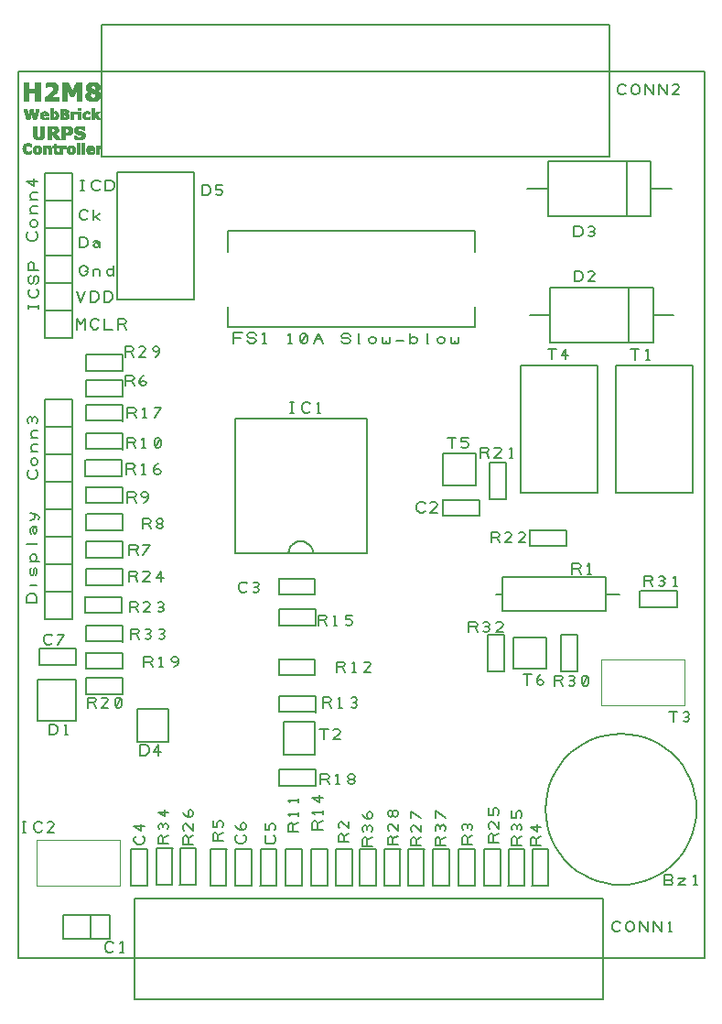
<source format=gbr>
%FSLAX23Y23*%
%MOIN*%
%ADD11C,0.00100*%
%ADD13C,0.00197*%
%ADD10C,0.00500*%
%ADD12C,0.00787*%
X000Y000D02*
D02*
D10*
X004Y151D02*
X2504D01*
Y3378*
X004*
Y151*
X083Y1278D02*
X215D01*
Y1219*
X081*
Y1279*
X073Y1446D02*
X036D01*
Y1465*
X039Y1471*
X042Y1474*
X048Y1477*
X061*
X067Y1474*
X070Y1471*
X073Y1465*
Y1446*
Y1509D02*
X048D01*
X039D02*
X070Y1546*
X073Y1552D01*
Y1565*
X070Y1571*
X064*
X061Y1565*
Y1552*
X058Y1546*
X052*
X048Y1552*
Y1565*
X052Y1571*
X048Y1596D02*
X083D01*
X064D02*
X070Y1599D01*
X073Y1605*
Y1612*
X070Y1618*
X064Y1621*
X058*
X052Y1618*
X048Y1612*
Y1605*
X052Y1599*
X058Y1596*
X064*
X073Y1662D02*
Y1659D01*
X036*
X052Y1696D02*
X048Y1702D01*
Y1712*
X052Y1718*
X058Y1721*
X067*
X070Y1718*
X073Y1712*
Y1705*
X070Y1699*
X067Y1696*
X064*
X061Y1699*
X058Y1705*
Y1712*
X061Y1718*
X064Y1721*
X067D02*
X073D01*
X048Y1746D02*
X061Y1749D01*
X067Y1755*
Y1762*
X061Y1768*
X048Y1771*
X061Y1768D02*
X073Y1765D01*
X080Y1762*
X083Y1755*
X080Y1749*
X080Y2514D02*
Y2527D01*
Y2521D02*
X042D01*
Y2514D02*
Y2527D01*
X073Y2586D02*
X077Y2583D01*
X080Y2577*
Y2568*
X077Y2561*
X073Y2558*
X067Y2555*
X055*
X048Y2558*
X045Y2561*
X042Y2568*
Y2577*
X045Y2583*
X048Y2586*
X070Y2605D02*
X077Y2608D01*
X080Y2614*
Y2627*
X077Y2633*
X070Y2636*
X064Y2633*
X061Y2627*
Y2614*
X058Y2608*
X052Y2605*
X045Y2608*
X042Y2614*
Y2627*
X045Y2633*
X052Y2636*
X080Y2655D02*
X042D01*
Y2677*
X045Y2683*
X052Y2686*
X058Y2683*
X061Y2677*
Y2655*
X169Y309D02*
X338D01*
Y223*
X170*
Y306*
X203Y1386D02*
X102D01*
Y1486*
X203*
Y1386*
Y1486D02*
X102D01*
Y1586*
X203*
Y1486*
Y1586D02*
X102D01*
Y1686*
X203*
Y1586*
Y1686D02*
X102D01*
Y1786*
X203*
Y1686*
Y1786D02*
X102D01*
Y1886*
X203*
Y1786*
Y1886D02*
X102D01*
Y1986*
X203*
Y1886*
Y1986D02*
X102D01*
Y2086*
X203*
Y1986*
Y2086D02*
X102D01*
Y2186*
X203*
Y2086*
X203Y2509D02*
Y2409D01*
X103*
Y2509*
X203*
Y2609D02*
Y2509D01*
X103*
Y2609*
X203*
Y2709D02*
Y2609D01*
X103*
Y2709*
X203*
Y2809D02*
Y2709D01*
X103*
Y2809*
X203*
Y2909D02*
X103D01*
Y3009*
X203*
Y2909*
Y2809*
X103*
Y2909*
X203*
X215Y1014D02*
Y1164D01*
X075*
Y1014*
X214*
X251Y1964D02*
X383D01*
Y1905*
X249*
Y1965*
X251Y1466D02*
X383D01*
Y1407*
X250*
Y1467*
X252Y1567D02*
X384D01*
Y1508*
X251*
Y1568*
X252Y1866D02*
X384D01*
Y1807*
X251*
Y1867*
X252Y1667D02*
X384D01*
Y1608*
X251*
Y1668*
X253Y1263D02*
X385D01*
Y1204*
X251*
Y1264*
X253Y2254D02*
X385D01*
Y2195*
X252*
Y2255*
X254Y1767D02*
X386D01*
Y1708*
X253*
Y1768*
X270Y222D02*
Y309D01*
X271*
X383Y1112D02*
X251D01*
Y1171*
X384*
Y1111*
X383Y2289D02*
X251D01*
Y2348*
X384*
Y2288*
X384Y2004D02*
X251D01*
Y2063*
X385*
Y2003*
X385Y1304D02*
X253D01*
Y1363*
X387*
Y1303*
X385Y2107D02*
X253D01*
Y2166*
X387*
Y2106*
X430Y003D02*
X2134D01*
Y369*
X430*
Y003*
X438Y939D02*
Y1059D01*
X553*
Y939*
X438*
X476Y548D02*
Y415D01*
X417*
Y549*
X477*
X567Y550D02*
Y417D01*
X508*
Y551*
X568*
X595Y418D02*
Y551D01*
X653*
Y417*
X593*
X646Y2547D02*
Y3012D01*
X367*
Y2547*
X646*
X763Y548D02*
Y416D01*
X704*
Y549*
X764*
X769Y2522D02*
Y2447D01*
X1669*
Y2522*
X769Y2722D02*
Y2797D01*
X1669*
Y2722*
X795Y417D02*
Y549D01*
X854*
Y416*
X794*
X888Y417D02*
Y549D01*
X947*
Y416*
X887*
X955Y1240D02*
X1087D01*
Y1182*
X954*
Y1242*
X955Y1533D02*
X1087D01*
Y1474*
X954*
Y1534*
X972Y893D02*
Y1013D01*
X1087*
Y893*
X972*
X980Y417D02*
Y549D01*
X1038*
Y416*
X978*
X989Y1624D02*
X991Y1636D01*
X995Y1647*
X1002Y1656*
X1012Y1663*
X1022Y1668*
X1034Y1669*
X1046Y1668*
X1057Y1663*
X1066Y1656*
X1073Y1647*
X1078Y1636*
X1079Y1624*
X1072Y417D02*
Y549D01*
X1131*
Y416*
X1071*
X1088Y779D02*
X956D01*
Y838*
X1089*
Y778*
X1088Y1047D02*
X956D01*
Y1106*
X1089*
Y1046*
X1088Y1362D02*
X956D01*
Y1421*
X1089*
Y1361*
X1163Y417D02*
Y549D01*
X1222*
Y416*
X1162*
X1250Y417D02*
Y549D01*
X1309*
Y416*
X1249*
X1274Y1624D02*
Y2114D01*
X794*
Y1624*
X1274*
X1397Y548D02*
Y415D01*
X1338*
Y549*
X1398*
X1483Y547D02*
Y415D01*
X1424*
Y548*
X1484*
X1552Y1987D02*
X1672D01*
Y1872*
X1552*
Y1987*
X1553Y1820D02*
X1685D01*
Y1762*
X1551*
Y1822*
X1574Y546D02*
Y414D01*
X1515*
Y548*
X1575*
X1669Y548D02*
Y416D01*
X1610*
Y549*
X1670*
X1715Y1196D02*
Y1328D01*
X1774*
Y1194*
X1714*
X1762Y548D02*
Y415D01*
X1703*
Y549*
X1763*
X1770Y1476D02*
X1745D01*
X1781Y1955D02*
Y1823D01*
X1722*
Y1956*
X1782*
X1791Y417D02*
Y549D01*
X1849*
Y416*
X1789*
X1810Y1319D02*
X1930D01*
Y1204*
X1810*
Y1319*
X1834Y2310D02*
Y1845D01*
X2114*
Y2310*
X1834*
X1870Y1710D02*
X2002D01*
Y1651*
X1868*
Y1711*
X1878Y417D02*
Y549D01*
X1937*
Y416*
X1876*
X1926Y693D02*
X1928Y664D01*
X1932Y635*
X1940Y608*
X1950Y581*
X1963Y555*
X1979Y531*
X1997Y509*
X2017Y488*
X2040Y470*
X2064Y454*
X2089Y441*
X2116Y431*
X2144Y424*
X2173Y419*
X2201Y418*
X2230Y419*
X2258Y424*
X2286Y431*
X2313Y441*
X2339Y454*
X2363Y470*
X2385Y488*
X2406Y509*
X2424Y531*
X2439Y555*
X2453Y581*
X2463Y608*
X2470Y635*
X2475Y664*
X2476Y693*
X2475Y721*
X2470Y750*
X2463Y778*
X2453Y804*
X2439Y830*
X2424Y854*
X2406Y877*
X2385Y897*
X2363Y915*
X2339Y931*
X2313Y944*
X2286Y954*
X2258Y962*
X2230Y966*
X2201Y968*
X2173Y966*
X2144Y962*
X2116Y954*
X2089Y944*
X2064Y931*
X2040Y915*
X2017Y897*
X1997Y877*
X1979Y854*
X1963Y830*
X1950Y804*
X1940Y778*
X1932Y750*
X1928Y721*
X1926Y693*
X1935Y2953D02*
X1860D01*
X1935Y3053D02*
X2310D01*
Y2853*
X1935*
Y3053*
X1943Y2493D02*
X1868D01*
X1943Y2593D02*
X2318D01*
Y2393*
X1943*
Y2593*
X1983Y1196D02*
Y1328D01*
X2042*
Y1195*
X1982*
X2145Y1414D02*
Y1539D01*
X1770*
Y1414*
X2145*
Y1476D02*
X2195D01*
X2158Y3547D02*
X310D01*
Y3069*
X2158*
Y3547*
X2182Y2310D02*
Y1845D01*
X2461*
Y2310*
X2182*
X2223Y2853D02*
Y3053D01*
X2230Y2393D02*
Y2593D01*
X2271Y1487D02*
X2404D01*
Y1428*
X2270*
Y1488*
X2310Y2953D02*
X2385D01*
X2318Y2493D02*
X2393D01*
D02*
D11*
X040Y3079D02*
X032Y3080D01*
X029Y3081*
X026Y3084*
X024Y3086*
X022Y3089*
X021Y3094*
X020Y3098*
X021Y3103*
X022Y3106*
X026Y3113*
X032Y3116*
X036Y3117*
X040Y3118*
X044Y3117*
X048Y3116*
X051Y3116*
X053Y3115*
Y3105*
X052*
X050Y3106*
X048Y3108*
X045Y3110*
X041Y3110*
X037Y3110*
X034Y3108*
X032Y3104*
X031Y3098*
X032Y3093*
X034Y3089*
X037Y3087*
X041Y3086*
X045Y3087*
X048Y3088*
X051Y3090*
X052Y3091*
X053*
Y3082*
X051Y3081*
X048Y3080*
X044Y3079*
X040*
X089Y3094D02*
X088Y3087D01*
X085Y3082*
X080Y3080*
X074Y3079*
X067Y3080*
X062Y3082*
X060Y3087*
X058Y3094*
X060Y3100*
X063Y3105*
X067Y3108*
X074Y3109*
X080Y3108*
X085Y3104*
X088Y3100*
X089Y3094*
X078Y3087D02*
X079Y3089D01*
X080Y3091*
Y3094*
X079Y3098*
X078Y3101*
X076Y3102*
X074Y3103*
X071Y3102*
X070Y3101*
X068Y3098*
X068Y3094*
X068Y3089*
X070Y3087*
X071Y3086*
X074Y3085*
X076Y3086*
X078Y3087*
X124Y3079D02*
X115D01*
Y3094*
Y3097*
X114Y3099*
X113Y3101*
X111Y3101*
X108Y3101*
X106Y3099*
Y3079*
X096*
Y3108*
X106*
Y3105*
X110Y3108*
X115Y3109*
X119Y3108*
X122Y3106*
X124Y3103*
X124Y3098*
Y3079*
X151D02*
X148Y3079D01*
X145*
X140Y3079*
X136Y3081*
X134Y3084*
X134Y3088*
Y3102*
X130*
Y3108*
X134*
Y3116*
X143*
Y3108*
X151*
Y3102*
X143*
Y3092*
Y3089*
X144Y3087*
X145Y3086*
X148Y3085*
X149*
X151Y3086*
X151*
Y3079*
X178Y3100D02*
X177D01*
X175Y3101*
X173*
X170Y3100*
X167Y3099*
Y3079*
X157*
Y3108*
X167*
Y3104*
X169Y3106*
X172Y3108*
X176Y3108*
X177*
X178*
Y3100*
X212Y3094D02*
X211Y3087D01*
X208Y3082*
X203Y3080*
X197Y3079*
X190Y3080*
X185Y3082*
X182Y3087*
X181Y3094*
X182Y3100*
X186Y3105*
X190Y3108*
X197Y3109*
X203Y3108*
X208Y3104*
X211Y3100*
X212Y3094*
X201Y3087D02*
X202Y3089D01*
X203Y3091*
Y3094*
X202Y3098*
X201Y3101*
X199Y3102*
X197Y3103*
X194Y3102*
X192Y3101*
X191Y3098*
X191Y3094*
X191Y3089*
X192Y3087*
X194Y3086*
X197Y3085*
X199Y3086*
X201Y3087*
X228Y3079D02*
X219D01*
Y3119*
X228*
Y3079*
X246D02*
X237D01*
Y3119*
X246*
Y3079*
X282Y3092D02*
X262D01*
X262Y3089*
X264Y3087*
X267Y3086*
X271Y3085*
X276Y3086*
X280Y3088*
X281*
Y3081*
X276Y3079*
X270Y3079*
X262Y3079*
X257Y3082*
X254Y3087*
X252Y3094*
X254Y3100*
X257Y3104*
X262Y3108*
X268Y3109*
X274Y3108*
X279Y3105*
X281Y3101*
X282Y3095*
Y3092*
X272Y3098D02*
X271Y3101D01*
X270Y3102*
X267Y3103*
X264Y3101*
X262Y3100*
X262Y3098*
X272*
X310Y3100D02*
X309D01*
X307Y3101*
X305*
X301Y3100*
X298Y3099*
Y3079*
X289*
Y3108*
X298*
Y3104*
X301Y3106*
X303Y3108*
X308Y3108*
X308*
X310*
Y3100*
X039Y3079D02*
X045D01*
X073D02*
X075D01*
X143D02*
X149D01*
X196D02*
X198D01*
X267D02*
X272D01*
X032Y3080D02*
X047D01*
X068D02*
X080D01*
X096D02*
X106D01*
X115D02*
X124D01*
X138D02*
X151D01*
X157D02*
X167D01*
X190D02*
X203D01*
X219D02*
X228D01*
X237D02*
X246D01*
X261D02*
X277D01*
X289D02*
X298D01*
X030Y3081D02*
X051D01*
X065D02*
X082D01*
X096D02*
X106D01*
X115D02*
X124D01*
X136D02*
X151D01*
X157D02*
X167D01*
X188D02*
X205D01*
X219D02*
X228D01*
X237D02*
X246D01*
X260D02*
X280D01*
X289D02*
X298D01*
X028Y3082D02*
X053D01*
X064D02*
X084D01*
X096D02*
X106D01*
X115D02*
X124D01*
X136D02*
X151D01*
X157D02*
X167D01*
X186D02*
X207D01*
X219D02*
X228D01*
X237D02*
X246D01*
X258D02*
X281D01*
X289D02*
X298D01*
X027Y3083D02*
X053D01*
X062D02*
X085D01*
X096D02*
X106D01*
X115D02*
X124D01*
X135D02*
X151D01*
X157D02*
X167D01*
X185D02*
X208D01*
X219D02*
X228D01*
X237D02*
X246D01*
X257D02*
X281D01*
X289D02*
X298D01*
X026Y3084D02*
X053D01*
X061D02*
X086D01*
X096D02*
X106D01*
X115D02*
X124D01*
X135D02*
X151D01*
X157D02*
X167D01*
X184D02*
X209D01*
X219D02*
X228D01*
X237D02*
X246D01*
X256D02*
X281D01*
X289D02*
X298D01*
X025Y3084D02*
X053D01*
X061D02*
X086D01*
X096D02*
X106D01*
X115D02*
X124D01*
X134D02*
X151D01*
X157D02*
X167D01*
X184D02*
X209D01*
X219D02*
X228D01*
X237D02*
X246D01*
X255D02*
X281D01*
X289D02*
X298D01*
X024Y3085D02*
X053D01*
X061D02*
X072D01*
X075D02*
X087D01*
X096D02*
X106D01*
X115D02*
X124D01*
X134D02*
X146D01*
X150D02*
X151D01*
X157D02*
X167D01*
X183D02*
X195D01*
X198D02*
X210D01*
X219D02*
X228D01*
X237D02*
X246D01*
X255D02*
X268D01*
X275D02*
X281D01*
X289D02*
X298D01*
X024Y3086D02*
X040D01*
X042D02*
X053D01*
X060D02*
X070D01*
X077D02*
X087D01*
X096D02*
X106D01*
X115D02*
X124D01*
X134D02*
X144D01*
X157D02*
X167D01*
X183D02*
X193D01*
X200D02*
X210D01*
X219D02*
X228D01*
X237D02*
X246D01*
X254D02*
X265D01*
X277D02*
X281D01*
X289D02*
X298D01*
X023Y3087D02*
X037D01*
X046D02*
X053D01*
X060D02*
X069D01*
X078D02*
X088D01*
X096D02*
X106D01*
X115D02*
X124D01*
X134D02*
X144D01*
X157D02*
X167D01*
X182D02*
X192D01*
X201D02*
X211D01*
X219D02*
X228D01*
X237D02*
X246D01*
X253D02*
X264D01*
X279D02*
X281D01*
X289D02*
X298D01*
X022Y3088D02*
X035D01*
X048D02*
X053D01*
X059D02*
X069D01*
X079D02*
X088D01*
X096D02*
X106D01*
X115D02*
X124D01*
X134D02*
X143D01*
X157D02*
X167D01*
X182D02*
X192D01*
X201D02*
X211D01*
X219D02*
X228D01*
X237D02*
X246D01*
X253D02*
X263D01*
X289D02*
X298D01*
X022Y3089D02*
X034D01*
X050D02*
X053D01*
X059D02*
X068D01*
X079D02*
X088D01*
X096D02*
X106D01*
X115D02*
X124D01*
X134D02*
X143D01*
X157D02*
X167D01*
X182D02*
X191D01*
X202D02*
X211D01*
X219D02*
X228D01*
X237D02*
X246D01*
X253D02*
X262D01*
X289D02*
X298D01*
X022Y3090D02*
X033D01*
X051D02*
X053D01*
X059D02*
X068D01*
X079D02*
X088D01*
X096D02*
X106D01*
X115D02*
X124D01*
X134D02*
X143D01*
X157D02*
X167D01*
X182D02*
X191D01*
X202D02*
X211D01*
X219D02*
X228D01*
X237D02*
X246D01*
X253D02*
X262D01*
X289D02*
X298D01*
X021Y3091D02*
X033D01*
X052D02*
X053D01*
X059D02*
X068D01*
X080D02*
X089D01*
X096D02*
X106D01*
X115D02*
X124D01*
X134D02*
X143D01*
X157D02*
X167D01*
X182D02*
X191D01*
X202D02*
X211D01*
X219D02*
X228D01*
X237D02*
X246D01*
X253D02*
X262D01*
X289D02*
X298D01*
X021Y3092D02*
X032D01*
X059D02*
X068D01*
X080D02*
X089D01*
X096D02*
X106D01*
X115D02*
X124D01*
X134D02*
X143D01*
X157D02*
X167D01*
X181D02*
X191D01*
X203D02*
X212D01*
X219D02*
X228D01*
X237D02*
X246D01*
X253D02*
X282D01*
X289D02*
X298D01*
X021Y3093D02*
X032D01*
X058D02*
X068D01*
X080D02*
X089D01*
X096D02*
X106D01*
X115D02*
X124D01*
X134D02*
X143D01*
X157D02*
X167D01*
X181D02*
X191D01*
X203D02*
X212D01*
X219D02*
X228D01*
X237D02*
X246D01*
X252D02*
X282D01*
X289D02*
X298D01*
X021Y3094D02*
X032D01*
X058D02*
X068D01*
X080D02*
X089D01*
X096D02*
X106D01*
X115D02*
X124D01*
X134D02*
X143D01*
X157D02*
X167D01*
X181D02*
X191D01*
X203D02*
X212D01*
X219D02*
X228D01*
X237D02*
X246D01*
X252D02*
X282D01*
X289D02*
X298D01*
X021Y3095D02*
X031D01*
X058D02*
X068D01*
X080D02*
X089D01*
X096D02*
X106D01*
X115D02*
X124D01*
X134D02*
X143D01*
X157D02*
X167D01*
X181D02*
X191D01*
X202D02*
X212D01*
X219D02*
X228D01*
X237D02*
X246D01*
X252D02*
X282D01*
X289D02*
X298D01*
X021Y3096D02*
X031D01*
X059D02*
X068D01*
X079D02*
X089D01*
X096D02*
X106D01*
X115D02*
X124D01*
X134D02*
X143D01*
X157D02*
X167D01*
X181D02*
X191D01*
X202D02*
X212D01*
X219D02*
X228D01*
X237D02*
X246D01*
X253D02*
X282D01*
X289D02*
X298D01*
X021Y3097D02*
X031D01*
X059D02*
X068D01*
X079D02*
X089D01*
X096D02*
X106D01*
X115D02*
X124D01*
X134D02*
X143D01*
X157D02*
X167D01*
X182D02*
X191D01*
X202D02*
X211D01*
X219D02*
X228D01*
X237D02*
X246D01*
X253D02*
X282D01*
X289D02*
X298D01*
X021Y3098D02*
X031D01*
X059D02*
X068D01*
X079D02*
X088D01*
X096D02*
X106D01*
X115D02*
X124D01*
X134D02*
X143D01*
X157D02*
X167D01*
X182D02*
X191D01*
X202D02*
X211D01*
X219D02*
X228D01*
X237D02*
X246D01*
X253D02*
X262D01*
X272D02*
X282D01*
X289D02*
X298D01*
X021Y3099D02*
X031D01*
X059D02*
X069D01*
X079D02*
X088D01*
X096D02*
X106D01*
X115D02*
X124D01*
X134D02*
X143D01*
X157D02*
X167D01*
X182D02*
X191D01*
X202D02*
X211D01*
X219D02*
X228D01*
X237D02*
X246D01*
X253D02*
X262D01*
X272D02*
X281D01*
X289D02*
X298D01*
X021Y3099D02*
X031D01*
X059D02*
X069D01*
X078D02*
X088D01*
X096D02*
X106D01*
X114D02*
X124D01*
X134D02*
X143D01*
X157D02*
X167D01*
X182D02*
X192D01*
X201D02*
X211D01*
X219D02*
X228D01*
X237D02*
X246D01*
X253D02*
X262D01*
X272D02*
X281D01*
X289D02*
X299D01*
X021Y3100D02*
X031D01*
X060D02*
X069D01*
X078D02*
X088D01*
X096D02*
X107D01*
X113D02*
X124D01*
X134D02*
X143D01*
X157D02*
X172D01*
X176D02*
X178D01*
X183D02*
X192D01*
X201D02*
X210D01*
X219D02*
X228D01*
X237D02*
X246D01*
X254D02*
X263D01*
X271D02*
X281D01*
X289D02*
X303D01*
X308D02*
X310D01*
X021Y3101D02*
X031D01*
X060D02*
X071D01*
X077D02*
X087D01*
X096D02*
X124D01*
X134D02*
X143D01*
X157D02*
X178D01*
X183D02*
X193D01*
X200D02*
X210D01*
X219D02*
X228D01*
X237D02*
X246D01*
X254D02*
X264D01*
X271D02*
X281D01*
X289D02*
X310D01*
X021Y3102D02*
X031D01*
X061D02*
X073D01*
X075D02*
X087D01*
X096D02*
X124D01*
X130D02*
X151D01*
X157D02*
X178D01*
X184D02*
X196D01*
X198D02*
X209D01*
X219D02*
X228D01*
X237D02*
X246D01*
X255D02*
X267D01*
X269D02*
X280D01*
X289D02*
X310D01*
X021Y3103D02*
X032D01*
X062D02*
X086D01*
X096D02*
X123D01*
X130D02*
X151D01*
X157D02*
X178D01*
X184D02*
X209D01*
X219D02*
X228D01*
X237D02*
X246D01*
X256D02*
X280D01*
X289D02*
X310D01*
X021Y3104D02*
X032D01*
X062D02*
X086D01*
X096D02*
X123D01*
X130D02*
X151D01*
X157D02*
X167D01*
X167D02*
X178D01*
X185D02*
X208D01*
X219D02*
X228D01*
X237D02*
X246D01*
X256D02*
X279D01*
X289D02*
X298D01*
X299D02*
X310D01*
X022Y3105D02*
X032D01*
X052D02*
X053D01*
X063D02*
X084D01*
X096D02*
X106D01*
X106D02*
X123D01*
X130D02*
X151D01*
X157D02*
X167D01*
X168D02*
X178D01*
X186D02*
X207D01*
X219D02*
X228D01*
X237D02*
X246D01*
X258D02*
X279D01*
X289D02*
X298D01*
X300D02*
X310D01*
X022Y3106D02*
X033D01*
X051D02*
X053D01*
X064D02*
X083D01*
X096D02*
X106D01*
X107D02*
X122D01*
X130D02*
X151D01*
X157D02*
X167D01*
X169D02*
X178D01*
X187D02*
X206D01*
X219D02*
X228D01*
X237D02*
X246D01*
X259D02*
X277D01*
X289D02*
X298D01*
X300D02*
X310D01*
X022Y3107D02*
X033D01*
X049D02*
X053D01*
X066D02*
X081D01*
X096D02*
X106D01*
X109D02*
X121D01*
X130D02*
X151D01*
X157D02*
X167D01*
X170D02*
X178D01*
X189D02*
X204D01*
X219D02*
X228D01*
X237D02*
X246D01*
X261D02*
X276D01*
X289D02*
X298D01*
X302D02*
X310D01*
X023Y3108D02*
X034D01*
X048D02*
X053D01*
X069D02*
X079D01*
X096D02*
X106D01*
X111D02*
X119D01*
X130D02*
X151D01*
X157D02*
X167D01*
X174D02*
X178D01*
X192D02*
X202D01*
X219D02*
X228D01*
X237D02*
X246D01*
X263D02*
X275D01*
X289D02*
X298D01*
X305D02*
X310D01*
X023Y3109D02*
X036D01*
X046D02*
X053D01*
X074D02*
X074D01*
X115D02*
X115D01*
X134D02*
X143D01*
X197D02*
X197D01*
X219D02*
X228D01*
X237D02*
X246D01*
X268D02*
X268D01*
X024Y3110D02*
X039D01*
X043D02*
X053D01*
X134D02*
X143D01*
X219D02*
X228D01*
X237D02*
X246D01*
X024Y3111D02*
X053D01*
X134D02*
X143D01*
X219D02*
X228D01*
X237D02*
X246D01*
X025Y3112D02*
X053D01*
X134D02*
X143D01*
X219D02*
X228D01*
X237D02*
X246D01*
X025Y3113D02*
X053D01*
X134D02*
X143D01*
X219D02*
X228D01*
X237D02*
X246D01*
X027Y3114D02*
X053D01*
X134D02*
X143D01*
X219D02*
X228D01*
X237D02*
X246D01*
X029Y3114D02*
X053D01*
X134D02*
X143D01*
X219D02*
X228D01*
X237D02*
X246D01*
X030Y3115D02*
X051D01*
X134D02*
X143D01*
X219D02*
X228D01*
X237D02*
X246D01*
X032Y3116D02*
X048D01*
X134D02*
X143D01*
X219D02*
X228D01*
X237D02*
X246D01*
X037Y3117D02*
X043D01*
X219D02*
X228D01*
X237D02*
X246D01*
X219Y3118D02*
X228D01*
X237D02*
X246D01*
X084Y3272D02*
X066D01*
Y3301*
X042*
Y3272*
X024*
Y3338*
X042*
Y3314*
X066*
Y3338*
X084*
Y3272*
X153D02*
X101D01*
Y3283*
X113Y3292*
X118Y3297*
X122Y3301*
X127Y3305*
X130Y3310*
X132Y3313*
Y3318*
X131Y3321*
X129Y3324*
X126Y3325*
X121Y3326*
X113Y3325*
X105Y3321*
X104*
Y3335*
X108Y3336*
X112Y3338*
X124Y3340*
X135Y3338*
X143Y3334*
X149Y3329*
X150Y3320*
X149Y3314*
X146Y3308*
X143Y3302*
X138Y3297*
X129Y3290*
X126Y3287*
X123Y3286*
X153*
Y3272*
X236D02*
X218D01*
Y3316*
X206Y3288*
X195*
X183Y3316*
Y3272*
X166*
Y3338*
X186*
X201Y3305*
X216Y3338*
X236*
Y3272*
X305Y3291D02*
X303Y3283D01*
X298Y3277*
X289Y3272*
X277Y3271*
X264Y3272*
X256Y3277*
X251Y3282*
X249Y3290*
X250Y3294*
X252Y3299*
X256Y3302*
X262Y3305*
X258Y3309*
X253Y3312*
X252Y3316*
X251Y3322*
X253Y3329*
X259Y3334*
X267Y3338*
X278Y3340*
X288Y3338*
X296Y3335*
X301Y3330*
X303Y3323*
X302Y3319*
X301Y3314*
X296Y3311*
X292Y3309*
X298Y3305*
X302Y3301*
X304Y3297*
X305Y3291*
X286Y3321D02*
Y3323D01*
X284Y3325*
X278Y3327*
X274*
X272Y3326*
X270Y3324*
X269Y3322*
X270Y3318*
X275Y3315*
X279Y3314*
X283Y3312*
X285Y3316*
X286Y3321*
X288Y3291D02*
X286Y3295D01*
X283Y3297*
X280Y3299*
X275Y3300*
X271Y3302*
X268Y3298*
X266Y3293*
X267Y3289*
X269Y3286*
X272Y3283*
X278*
X281*
X284Y3284*
X286Y3287*
X288Y3291*
X275Y3271D02*
X278D01*
X024Y3272D02*
X042D01*
X066D02*
X084D01*
X101D02*
X153D01*
X166D02*
X183D01*
X218D02*
X236D01*
X264D02*
X289D01*
X024Y3273D02*
X042D01*
X066D02*
X084D01*
X101D02*
X153D01*
X166D02*
X183D01*
X218D02*
X236D01*
X263D02*
X291D01*
X024Y3274D02*
X042D01*
X066D02*
X084D01*
X101D02*
X153D01*
X166D02*
X183D01*
X218D02*
X236D01*
X261D02*
X292D01*
X024Y3275D02*
X042D01*
X066D02*
X084D01*
X101D02*
X153D01*
X166D02*
X183D01*
X218D02*
X236D01*
X259D02*
X294D01*
X024Y3276D02*
X042D01*
X066D02*
X084D01*
X101D02*
X153D01*
X166D02*
X183D01*
X218D02*
X236D01*
X257D02*
X296D01*
X024Y3277D02*
X042D01*
X066D02*
X084D01*
X101D02*
X153D01*
X166D02*
X183D01*
X218D02*
X236D01*
X255D02*
X298D01*
X024Y3278D02*
X042D01*
X066D02*
X084D01*
X101D02*
X153D01*
X166D02*
X183D01*
X218D02*
X236D01*
X255D02*
X299D01*
X024Y3279D02*
X042D01*
X066D02*
X084D01*
X101D02*
X153D01*
X166D02*
X183D01*
X218D02*
X236D01*
X254D02*
X299D01*
X024Y3280D02*
X042D01*
X066D02*
X084D01*
X101D02*
X153D01*
X166D02*
X183D01*
X218D02*
X236D01*
X253D02*
X300D01*
X024Y3281D02*
X042D01*
X066D02*
X084D01*
X101D02*
X153D01*
X166D02*
X183D01*
X218D02*
X236D01*
X252D02*
X301D01*
X024Y3282D02*
X042D01*
X066D02*
X084D01*
X101D02*
X153D01*
X166D02*
X183D01*
X218D02*
X236D01*
X252D02*
X302D01*
X024Y3283D02*
X042D01*
X066D02*
X084D01*
X101D02*
X153D01*
X166D02*
X183D01*
X218D02*
X236D01*
X251D02*
X302D01*
X024Y3284D02*
X042D01*
X066D02*
X084D01*
X102D02*
X153D01*
X166D02*
X183D01*
X218D02*
X236D01*
X251D02*
X272D01*
X282D02*
X303D01*
X024Y3284D02*
X042D01*
X066D02*
X084D01*
X103D02*
X153D01*
X166D02*
X183D01*
X218D02*
X236D01*
X251D02*
X270D01*
X284D02*
X303D01*
X024Y3285D02*
X042D01*
X066D02*
X084D01*
X104D02*
X153D01*
X166D02*
X183D01*
X218D02*
X236D01*
X250D02*
X269D01*
X285D02*
X304D01*
X024Y3286D02*
X042D01*
X066D02*
X084D01*
X105D02*
X125D01*
X166D02*
X183D01*
X218D02*
X236D01*
X250D02*
X268D01*
X286D02*
X304D01*
X024Y3287D02*
X042D01*
X066D02*
X084D01*
X107D02*
X126D01*
X166D02*
X183D01*
X218D02*
X236D01*
X250D02*
X268D01*
X287D02*
X304D01*
X024Y3288D02*
X042D01*
X066D02*
X084D01*
X108D02*
X127D01*
X166D02*
X183D01*
X195D02*
X206D01*
X218D02*
X236D01*
X250D02*
X267D01*
X287D02*
X304D01*
X024Y3289D02*
X042D01*
X066D02*
X084D01*
X109D02*
X128D01*
X166D02*
X183D01*
X194D02*
X207D01*
X218D02*
X236D01*
X249D02*
X267D01*
X287D02*
X305D01*
X024Y3290D02*
X042D01*
X066D02*
X084D01*
X111D02*
X129D01*
X166D02*
X183D01*
X194D02*
X207D01*
X218D02*
X236D01*
X249D02*
X266D01*
X287D02*
X305D01*
X024Y3291D02*
X042D01*
X066D02*
X084D01*
X112D02*
X130D01*
X166D02*
X183D01*
X194D02*
X207D01*
X218D02*
X236D01*
X249D02*
X266D01*
X288D02*
X305D01*
X024Y3292D02*
X042D01*
X066D02*
X084D01*
X113D02*
X132D01*
X166D02*
X183D01*
X193D02*
X208D01*
X218D02*
X236D01*
X250D02*
X266D01*
X287D02*
X305D01*
X024Y3293D02*
X042D01*
X066D02*
X084D01*
X114D02*
X133D01*
X166D02*
X183D01*
X193D02*
X208D01*
X218D02*
X236D01*
X250D02*
X266D01*
X287D02*
X305D01*
X024Y3294D02*
X042D01*
X066D02*
X084D01*
X115D02*
X134D01*
X166D02*
X183D01*
X192D02*
X209D01*
X218D02*
X236D01*
X250D02*
X266D01*
X287D02*
X305D01*
X024Y3295D02*
X042D01*
X066D02*
X084D01*
X116D02*
X135D01*
X166D02*
X183D01*
X192D02*
X209D01*
X218D02*
X236D01*
X250D02*
X266D01*
X287D02*
X304D01*
X024Y3296D02*
X042D01*
X066D02*
X084D01*
X117D02*
X137D01*
X166D02*
X183D01*
X192D02*
X209D01*
X218D02*
X236D01*
X251D02*
X267D01*
X286D02*
X304D01*
X024Y3297D02*
X042D01*
X066D02*
X084D01*
X118D02*
X138D01*
X166D02*
X183D01*
X191D02*
X210D01*
X218D02*
X236D01*
X251D02*
X267D01*
X283D02*
X304D01*
X024Y3298D02*
X042D01*
X066D02*
X084D01*
X119D02*
X139D01*
X166D02*
X183D01*
X191D02*
X210D01*
X218D02*
X236D01*
X252D02*
X268D01*
X282D02*
X304D01*
X024Y3299D02*
X042D01*
X066D02*
X084D01*
X120D02*
X140D01*
X166D02*
X183D01*
X190D02*
X211D01*
X218D02*
X236D01*
X252D02*
X268D01*
X280D02*
X303D01*
X024Y3299D02*
X042D01*
X066D02*
X084D01*
X121D02*
X141D01*
X166D02*
X183D01*
X190D02*
X211D01*
X218D02*
X236D01*
X253D02*
X269D01*
X277D02*
X303D01*
X024Y3300D02*
X042D01*
X066D02*
X084D01*
X122D02*
X142D01*
X166D02*
X183D01*
X190D02*
X211D01*
X218D02*
X236D01*
X254D02*
X270D01*
X274D02*
X302D01*
X024Y3301D02*
X084D01*
X123D02*
X142D01*
X166D02*
X183D01*
X189D02*
X212D01*
X218D02*
X236D01*
X255D02*
X271D01*
X272D02*
X302D01*
X024Y3302D02*
X084D01*
X124D02*
X143D01*
X166D02*
X183D01*
X189D02*
X212D01*
X218D02*
X236D01*
X256D02*
X301D01*
X024Y3303D02*
X084D01*
X125D02*
X144D01*
X166D02*
X183D01*
X188D02*
X213D01*
X218D02*
X236D01*
X258D02*
X300D01*
X024Y3304D02*
X084D01*
X125D02*
X144D01*
X166D02*
X183D01*
X188D02*
X213D01*
X218D02*
X236D01*
X260D02*
X299D01*
X024Y3305D02*
X084D01*
X126D02*
X145D01*
X166D02*
X183D01*
X188D02*
X213D01*
X218D02*
X236D01*
X262D02*
X298D01*
X024Y3306D02*
X084D01*
X127D02*
X146D01*
X166D02*
X183D01*
X187D02*
X200D01*
X201D02*
X214D01*
X218D02*
X236D01*
X261D02*
X296D01*
X024Y3307D02*
X084D01*
X128D02*
X146D01*
X166D02*
X183D01*
X187D02*
X200D01*
X201D02*
X214D01*
X218D02*
X236D01*
X260D02*
X295D01*
X024Y3308D02*
X084D01*
X129D02*
X147D01*
X166D02*
X183D01*
X186D02*
X199D01*
X202D02*
X215D01*
X218D02*
X236D01*
X259D02*
X293D01*
X024Y3309D02*
X084D01*
X129D02*
X147D01*
X166D02*
X183D01*
X186D02*
X199D01*
X202D02*
X215D01*
X218D02*
X236D01*
X258D02*
X292D01*
X024Y3310D02*
X084D01*
X130D02*
X147D01*
X166D02*
X183D01*
X186D02*
X199D01*
X203D02*
X215D01*
X218D02*
X236D01*
X256D02*
X294D01*
X024Y3311D02*
X084D01*
X131D02*
X148D01*
X166D02*
X183D01*
X185D02*
X198D01*
X203D02*
X216D01*
X218D02*
X236D01*
X255D02*
X296D01*
X024Y3312D02*
X084D01*
X131D02*
X148D01*
X166D02*
X183D01*
X185D02*
X198D01*
X203D02*
X216D01*
X218D02*
X236D01*
X254D02*
X297D01*
X024Y3313D02*
X084D01*
X132D02*
X148D01*
X166D02*
X183D01*
X184D02*
X197D01*
X204D02*
X217D01*
X218D02*
X236D01*
X253D02*
X282D01*
X283D02*
X299D01*
X024Y3314D02*
X084D01*
X132D02*
X148D01*
X166D02*
X183D01*
X184D02*
X197D01*
X204D02*
X217D01*
X218D02*
X236D01*
X253D02*
X280D01*
X284D02*
X300D01*
X024Y3314D02*
X042D01*
X066D02*
X084D01*
X132D02*
X149D01*
X166D02*
X183D01*
X184D02*
X197D01*
X205D02*
X217D01*
X218D02*
X236D01*
X253D02*
X278D01*
X284D02*
X301D01*
X024Y3315D02*
X042D01*
X066D02*
X084D01*
X132D02*
X149D01*
X166D02*
X183D01*
X183D02*
X196D01*
X205D02*
X218D01*
X218D02*
X236D01*
X253D02*
X275D01*
X285D02*
X301D01*
X024Y3316D02*
X042D01*
X066D02*
X084D01*
X132D02*
X149D01*
X166D02*
X183D01*
X183D02*
X196D01*
X206D02*
X218D01*
X218D02*
X236D01*
X252D02*
X273D01*
X285D02*
X301D01*
X024Y3317D02*
X042D01*
X066D02*
X084D01*
X132D02*
X149D01*
X166D02*
X195D01*
X206D02*
X236D01*
X252D02*
X271D01*
X286D02*
X302D01*
X024Y3318D02*
X042D01*
X066D02*
X084D01*
X132D02*
X150D01*
X166D02*
X195D01*
X207D02*
X236D01*
X252D02*
X270D01*
X286D02*
X302D01*
X024Y3319D02*
X042D01*
X066D02*
X084D01*
X132D02*
X150D01*
X166D02*
X195D01*
X207D02*
X236D01*
X252D02*
X270D01*
X286D02*
X302D01*
X024Y3320D02*
X042D01*
X066D02*
X084D01*
X131D02*
X150D01*
X166D02*
X194D01*
X207D02*
X236D01*
X252D02*
X269D01*
X286D02*
X302D01*
X024Y3321D02*
X042D01*
X066D02*
X084D01*
X104D02*
X105D01*
X131D02*
X150D01*
X166D02*
X194D01*
X208D02*
X236D01*
X251D02*
X269D01*
X286D02*
X303D01*
X024Y3322D02*
X042D01*
X066D02*
X084D01*
X104D02*
X107D01*
X130D02*
X150D01*
X166D02*
X193D01*
X208D02*
X236D01*
X251D02*
X269D01*
X286D02*
X303D01*
X024Y3323D02*
X042D01*
X066D02*
X084D01*
X104D02*
X109D01*
X130D02*
X149D01*
X166D02*
X193D01*
X209D02*
X236D01*
X252D02*
X269D01*
X286D02*
X303D01*
X024Y3324D02*
X042D01*
X066D02*
X084D01*
X104D02*
X111D01*
X129D02*
X149D01*
X166D02*
X193D01*
X209D02*
X236D01*
X252D02*
X270D01*
X286D02*
X303D01*
X024Y3325D02*
X042D01*
X066D02*
X084D01*
X104D02*
X113D01*
X127D02*
X149D01*
X166D02*
X192D01*
X210D02*
X236D01*
X252D02*
X271D01*
X285D02*
X302D01*
X024Y3326D02*
X042D01*
X066D02*
X084D01*
X104D02*
X117D01*
X124D02*
X149D01*
X166D02*
X192D01*
X210D02*
X236D01*
X252D02*
X272D01*
X283D02*
X302D01*
X024Y3327D02*
X042D01*
X066D02*
X084D01*
X104D02*
X149D01*
X166D02*
X191D01*
X210D02*
X236D01*
X253D02*
X273D01*
X280D02*
X302D01*
X024Y3328D02*
X042D01*
X066D02*
X084D01*
X104D02*
X149D01*
X166D02*
X191D01*
X211D02*
X236D01*
X253D02*
X302D01*
X024Y3329D02*
X042D01*
X066D02*
X084D01*
X104D02*
X149D01*
X166D02*
X190D01*
X211D02*
X236D01*
X253D02*
X301D01*
X024Y3329D02*
X042D01*
X066D02*
X084D01*
X104D02*
X148D01*
X166D02*
X190D01*
X212D02*
X236D01*
X254D02*
X301D01*
X024Y3330D02*
X042D01*
X066D02*
X084D01*
X104D02*
X147D01*
X166D02*
X190D01*
X212D02*
X236D01*
X255D02*
X300D01*
X024Y3331D02*
X042D01*
X066D02*
X084D01*
X104D02*
X146D01*
X166D02*
X189D01*
X213D02*
X236D01*
X256D02*
X299D01*
X024Y3332D02*
X042D01*
X066D02*
X084D01*
X104D02*
X145D01*
X166D02*
X189D01*
X213D02*
X236D01*
X257D02*
X299D01*
X024Y3333D02*
X042D01*
X066D02*
X084D01*
X104D02*
X144D01*
X166D02*
X188D01*
X214D02*
X236D01*
X258D02*
X298D01*
X024Y3334D02*
X042D01*
X066D02*
X084D01*
X104D02*
X143D01*
X166D02*
X188D01*
X214D02*
X236D01*
X259D02*
X297D01*
X024Y3335D02*
X042D01*
X066D02*
X084D01*
X104D02*
X141D01*
X166D02*
X188D01*
X214D02*
X236D01*
X261D02*
X296D01*
X024Y3336D02*
X042D01*
X066D02*
X084D01*
X107D02*
X140D01*
X166D02*
X187D01*
X215D02*
X236D01*
X262D02*
X294D01*
X024Y3337D02*
X042D01*
X066D02*
X084D01*
X109D02*
X138D01*
X166D02*
X187D01*
X215D02*
X236D01*
X264D02*
X292D01*
X024Y3338D02*
X042D01*
X066D02*
X084D01*
X111D02*
X136D01*
X166D02*
X186D01*
X216D02*
X236D01*
X266D02*
X289D01*
X117Y3339D02*
X132D01*
X271D02*
X284D01*
X080Y3242D02*
X070Y3204D01*
X059*
X052Y3229*
X046Y3204*
X035*
X025Y3242*
X035*
X041Y3216*
X048Y3242*
X057*
X064Y3216*
X070Y3242*
X080*
X114Y3217D02*
X094D01*
X095Y3214*
X097Y3212*
X099Y3211*
X103Y3210*
X108Y3211*
X112Y3213*
X114*
Y3206*
X108Y3204*
X102Y3204*
X095Y3204*
X089Y3207*
X086Y3212*
X085Y3219*
X086Y3225*
X089Y3229*
X094Y3233*
X100Y3234*
X107Y3233*
X111Y3230*
X114Y3226*
X114Y3220*
Y3217*
X105Y3223D02*
X103Y3226D01*
X102Y3227*
X100Y3228*
X096Y3226*
X095Y3225*
X094Y3223*
X105*
X151Y3219D02*
X150Y3213D01*
X147Y3208*
X143Y3205*
X138Y3204*
X134Y3204*
X131Y3206*
X130Y3204*
X121*
Y3244*
X131*
Y3230*
X135Y3233*
X140Y3234*
X144Y3233*
X148Y3230*
X150Y3225*
X151Y3219*
X141D02*
Y3222D01*
X140Y3225*
X138Y3226*
X136Y3227*
X133Y3226*
X131Y3225*
Y3211*
X132Y3210*
X134*
X137Y3211*
X139Y3212*
X141Y3215*
X141Y3219*
X190Y3216D02*
X189Y3211D01*
X186Y3207*
X182Y3205*
X178Y3204*
X175*
X158*
Y3242*
X173*
X177*
X180Y3241*
X183Y3240*
X187Y3238*
X188Y3233*
X187Y3231*
X187Y3228*
X185Y3226*
X182Y3225*
X186Y3224*
X188Y3222*
X190Y3219*
X190Y3216*
X178Y3231D02*
X177Y3233D01*
X176Y3235*
X173Y3235*
X171*
X169*
X168*
Y3227*
X170*
X173*
X176Y3228*
X177Y3229*
X178Y3231*
X180Y3216D02*
X180Y3219D01*
X177Y3220*
X175Y3221*
X170*
X168*
Y3211*
X169*
X172*
X175*
X178Y3212*
X180Y3214*
X180Y3216*
X218Y3225D02*
X217D01*
X216Y3226*
X213*
X210Y3225*
X207Y3224*
Y3204*
X197*
Y3233*
X207*
Y3229*
X209Y3231*
X212Y3233*
X216Y3233*
X217*
X218*
Y3225*
X233Y3204D02*
X223D01*
Y3233*
X233*
Y3204*
Y3237D02*
X223D01*
Y3244*
X233*
Y3237*
X256Y3204D02*
X249Y3204D01*
X243Y3207*
X240Y3212*
X240Y3215*
X239Y3219*
X240Y3223*
X240Y3226*
X244Y3230*
X249Y3233*
X255Y3234*
X261Y3233*
X265Y3231*
Y3224*
X264*
X263Y3224*
X261Y3226*
X258Y3226*
X256Y3227*
X253Y3226*
X250Y3224*
X249Y3222*
X248Y3219*
X249Y3215*
X250Y3212*
X253Y3211*
X256Y3211*
X259*
X262Y3212*
X263Y3212*
X264Y3214*
X265*
Y3206*
X261Y3204*
X256Y3204*
X302Y3204D02*
X292D01*
X284Y3217*
X281Y3214*
Y3204*
X272*
Y3244*
X281*
Y3221*
X291Y3233*
X302*
X291Y3221*
X302Y3204*
X099Y3204D02*
X104D01*
X136D02*
X139D01*
X253D02*
X258D01*
X035Y3205D02*
X046D01*
X059D02*
X070D01*
X094D02*
X109D01*
X121D02*
X130D01*
X132D02*
X143D01*
X158D02*
X181D01*
X197D02*
X207D01*
X223D02*
X233D01*
X248D02*
X263D01*
X272D02*
X281D01*
X291D02*
X302D01*
X034Y3206D02*
X047D01*
X059D02*
X070D01*
X092D02*
X112D01*
X121D02*
X144D01*
X158D02*
X183D01*
X197D02*
X207D01*
X223D02*
X233D01*
X246D02*
X265D01*
X272D02*
X281D01*
X291D02*
X301D01*
X034Y3207D02*
X047D01*
X059D02*
X071D01*
X090D02*
X114D01*
X121D02*
X145D01*
X158D02*
X185D01*
X197D02*
X207D01*
X223D02*
X233D01*
X245D02*
X265D01*
X272D02*
X281D01*
X290D02*
X301D01*
X034Y3208D02*
X047D01*
X058D02*
X071D01*
X089D02*
X114D01*
X121D02*
X146D01*
X158D02*
X186D01*
X197D02*
X207D01*
X223D02*
X233D01*
X243D02*
X265D01*
X272D02*
X281D01*
X290D02*
X300D01*
X034Y3209D02*
X047D01*
X058D02*
X071D01*
X088D02*
X114D01*
X121D02*
X147D01*
X158D02*
X187D01*
X197D02*
X207D01*
X223D02*
X233D01*
X242D02*
X265D01*
X272D02*
X281D01*
X289D02*
X300D01*
X033Y3209D02*
X047D01*
X058D02*
X071D01*
X087D02*
X114D01*
X121D02*
X148D01*
X158D02*
X188D01*
X197D02*
X207D01*
X223D02*
X233D01*
X242D02*
X265D01*
X272D02*
X281D01*
X288D02*
X299D01*
X033Y3210D02*
X048D01*
X058D02*
X072D01*
X087D02*
X100D01*
X107D02*
X114D01*
X121D02*
X131D01*
X137D02*
X148D01*
X158D02*
X189D01*
X197D02*
X207D01*
X223D02*
X233D01*
X241D02*
X265D01*
X272D02*
X281D01*
X288D02*
X298D01*
X033Y3211D02*
X048D01*
X057D02*
X072D01*
X086D02*
X097D01*
X110D02*
X114D01*
X121D02*
X131D01*
X139D02*
X149D01*
X158D02*
X168D01*
X175D02*
X189D01*
X197D02*
X207D01*
X223D02*
X233D01*
X240D02*
X252D01*
X261D02*
X265D01*
X272D02*
X281D01*
X287D02*
X298D01*
X033Y3212D02*
X048D01*
X057D02*
X072D01*
X086D02*
X096D01*
X111D02*
X114D01*
X121D02*
X131D01*
X140D02*
X150D01*
X158D02*
X168D01*
X178D02*
X190D01*
X197D02*
X207D01*
X223D02*
X233D01*
X240D02*
X251D01*
X263D02*
X265D01*
X272D02*
X281D01*
X287D02*
X297D01*
X032Y3213D02*
X048D01*
X057D02*
X072D01*
X086D02*
X095D01*
X121D02*
X131D01*
X140D02*
X150D01*
X158D02*
X168D01*
X179D02*
X190D01*
X197D02*
X207D01*
X223D02*
X233D01*
X240D02*
X250D01*
X264D02*
X265D01*
X272D02*
X281D01*
X286D02*
X296D01*
X032Y3214D02*
X049D01*
X057D02*
X073D01*
X085D02*
X095D01*
X121D02*
X131D01*
X140D02*
X150D01*
X158D02*
X168D01*
X180D02*
X190D01*
X197D02*
X207D01*
X223D02*
X233D01*
X240D02*
X249D01*
X272D02*
X281D01*
X285D02*
X296D01*
X032Y3215D02*
X049D01*
X056D02*
X073D01*
X085D02*
X094D01*
X121D02*
X131D01*
X141D02*
X150D01*
X158D02*
X168D01*
X180D02*
X190D01*
X197D02*
X207D01*
X223D02*
X233D01*
X239D02*
X249D01*
X272D02*
X282D01*
X285D02*
X295D01*
X032Y3216D02*
X049D01*
X056D02*
X073D01*
X085D02*
X094D01*
X121D02*
X131D01*
X141D02*
X150D01*
X158D02*
X168D01*
X180D02*
X190D01*
X197D02*
X207D01*
X223D02*
X233D01*
X239D02*
X249D01*
X272D02*
X283D01*
X284D02*
X294D01*
X031Y3217D02*
X041D01*
X041D02*
X049D01*
X056D02*
X064D01*
X065D02*
X073D01*
X085D02*
X114D01*
X121D02*
X131D01*
X141D02*
X150D01*
X158D02*
X168D01*
X180D02*
X190D01*
X197D02*
X207D01*
X223D02*
X233D01*
X239D02*
X249D01*
X272D02*
X294D01*
X031Y3218D02*
X041D01*
X042D02*
X050D01*
X056D02*
X064D01*
X065D02*
X074D01*
X085D02*
X114D01*
X121D02*
X131D01*
X141D02*
X151D01*
X158D02*
X168D01*
X180D02*
X190D01*
X197D02*
X207D01*
X223D02*
X233D01*
X239D02*
X248D01*
X272D02*
X293D01*
X031Y3219D02*
X041D01*
X042D02*
X050D01*
X055D02*
X064D01*
X065D02*
X074D01*
X085D02*
X114D01*
X121D02*
X131D01*
X141D02*
X151D01*
X158D02*
X168D01*
X179D02*
X190D01*
X197D02*
X207D01*
X223D02*
X233D01*
X239D02*
X248D01*
X272D02*
X292D01*
X031Y3220D02*
X040D01*
X042D02*
X050D01*
X055D02*
X063D01*
X065D02*
X074D01*
X085D02*
X114D01*
X121D02*
X131D01*
X141D02*
X151D01*
X158D02*
X168D01*
X178D02*
X190D01*
X197D02*
X207D01*
X223D02*
X233D01*
X239D02*
X249D01*
X272D02*
X292D01*
X030Y3221D02*
X040D01*
X042D02*
X050D01*
X055D02*
X063D01*
X065D02*
X074D01*
X085D02*
X114D01*
X121D02*
X131D01*
X141D02*
X150D01*
X158D02*
X189D01*
X197D02*
X207D01*
X223D02*
X233D01*
X239D02*
X249D01*
X272D02*
X281D01*
X281D02*
X291D01*
X030Y3222D02*
X040D01*
X043D02*
X051D01*
X054D02*
X063D01*
X066D02*
X075D01*
X085D02*
X114D01*
X121D02*
X131D01*
X141D02*
X150D01*
X158D02*
X189D01*
X197D02*
X207D01*
X223D02*
X233D01*
X239D02*
X249D01*
X272D02*
X281D01*
X282D02*
X292D01*
X030Y3223D02*
X040D01*
X043D02*
X051D01*
X054D02*
X063D01*
X066D02*
X075D01*
X085D02*
X094D01*
X105D02*
X114D01*
X121D02*
X131D01*
X141D02*
X150D01*
X158D02*
X188D01*
X197D02*
X207D01*
X223D02*
X233D01*
X240D02*
X249D01*
X272D02*
X281D01*
X283D02*
X293D01*
X030Y3224D02*
X039D01*
X043D02*
X051D01*
X054D02*
X062D01*
X066D02*
X075D01*
X086D02*
X094D01*
X104D02*
X114D01*
X121D02*
X131D01*
X141D02*
X150D01*
X158D02*
X186D01*
X197D02*
X207D01*
X223D02*
X233D01*
X240D02*
X250D01*
X272D02*
X281D01*
X283D02*
X294D01*
X029Y3224D02*
X039D01*
X043D02*
X051D01*
X054D02*
X062D01*
X066D02*
X075D01*
X086D02*
X094D01*
X104D02*
X114D01*
X121D02*
X131D01*
X140D02*
X150D01*
X158D02*
X184D01*
X197D02*
X207D01*
X223D02*
X233D01*
X240D02*
X250D01*
X263D02*
X265D01*
X272D02*
X281D01*
X284D02*
X294D01*
X029Y3225D02*
X039D01*
X044D02*
X052D01*
X053D02*
X062D01*
X066D02*
X076D01*
X086D02*
X095D01*
X104D02*
X114D01*
X121D02*
X131D01*
X139D02*
X150D01*
X158D02*
X183D01*
X197D02*
X212D01*
X216D02*
X218D01*
X223D02*
X233D01*
X240D02*
X252D01*
X261D02*
X265D01*
X272D02*
X281D01*
X285D02*
X295D01*
X029Y3226D02*
X039D01*
X044D02*
X052D01*
X053D02*
X062D01*
X067D02*
X076D01*
X087D02*
X096D01*
X103D02*
X113D01*
X121D02*
X133D01*
X138D02*
X150D01*
X158D02*
X185D01*
X197D02*
X218D01*
X223D02*
X233D01*
X241D02*
X253D01*
X258D02*
X265D01*
X272D02*
X281D01*
X286D02*
X296D01*
X029Y3227D02*
X039D01*
X044D02*
X052D01*
X053D02*
X061D01*
X067D02*
X076D01*
X087D02*
X099D01*
X101D02*
X113D01*
X121D02*
X149D01*
X158D02*
X168D01*
X175D02*
X186D01*
X197D02*
X218D01*
X223D02*
X233D01*
X242D02*
X265D01*
X272D02*
X281D01*
X286D02*
X297D01*
X028Y3228D02*
X038D01*
X044D02*
X052D01*
X053D02*
X061D01*
X067D02*
X076D01*
X088D02*
X112D01*
X121D02*
X149D01*
X158D02*
X168D01*
X177D02*
X187D01*
X197D02*
X218D01*
X223D02*
X233D01*
X242D02*
X265D01*
X272D02*
X281D01*
X287D02*
X298D01*
X028Y3229D02*
X038D01*
X045D02*
X061D01*
X067D02*
X077D01*
X089D02*
X112D01*
X121D02*
X149D01*
X158D02*
X168D01*
X177D02*
X187D01*
X197D02*
X207D01*
X207D02*
X218D01*
X223D02*
X233D01*
X243D02*
X265D01*
X272D02*
X281D01*
X288D02*
X298D01*
X028Y3230D02*
X038D01*
X045D02*
X061D01*
X067D02*
X077D01*
X090D02*
X111D01*
X121D02*
X131D01*
X131D02*
X148D01*
X158D02*
X168D01*
X177D02*
X187D01*
X197D02*
X207D01*
X208D02*
X218D01*
X223D02*
X233D01*
X244D02*
X265D01*
X272D02*
X281D01*
X289D02*
X299D01*
X028Y3231D02*
X038D01*
X045D02*
X060D01*
X068D02*
X077D01*
X091D02*
X110D01*
X121D02*
X131D01*
X132D02*
X147D01*
X158D02*
X168D01*
X178D02*
X187D01*
X197D02*
X207D01*
X209D02*
X218D01*
X223D02*
X233D01*
X245D02*
X265D01*
X272D02*
X281D01*
X289D02*
X300D01*
X027Y3232D02*
X038D01*
X045D02*
X060D01*
X068D02*
X077D01*
X093D02*
X108D01*
X121D02*
X131D01*
X134D02*
X145D01*
X158D02*
X168D01*
X178D02*
X188D01*
X197D02*
X207D01*
X211D02*
X218D01*
X223D02*
X233D01*
X247D02*
X264D01*
X272D02*
X281D01*
X290D02*
X301D01*
X027Y3233D02*
X037D01*
X046D02*
X060D01*
X068D02*
X078D01*
X095D02*
X107D01*
X121D02*
X131D01*
X136D02*
X143D01*
X158D02*
X168D01*
X177D02*
X188D01*
X197D02*
X207D01*
X214D02*
X218D01*
X223D02*
X233D01*
X248D02*
X262D01*
X272D02*
X281D01*
X291D02*
X302D01*
X027Y3234D02*
X037D01*
X046D02*
X060D01*
X068D02*
X078D01*
X100D02*
X101D01*
X121D02*
X131D01*
X140D02*
X140D01*
X158D02*
X168D01*
X177D02*
X188D01*
X255D02*
X255D01*
X272D02*
X281D01*
X027Y3235D02*
X037D01*
X046D02*
X059D01*
X068D02*
X078D01*
X121D02*
X131D01*
X158D02*
X168D01*
X175D02*
X187D01*
X272D02*
X281D01*
X026Y3236D02*
X037D01*
X046D02*
X059D01*
X069D02*
X078D01*
X121D02*
X131D01*
X158D02*
X187D01*
X272D02*
X281D01*
X026Y3237D02*
X037D01*
X047D02*
X059D01*
X069D02*
X079D01*
X121D02*
X131D01*
X158D02*
X187D01*
X272D02*
X281D01*
X026Y3238D02*
X036D01*
X047D02*
X059D01*
X069D02*
X079D01*
X121D02*
X131D01*
X158D02*
X187D01*
X223D02*
X233D01*
X272D02*
X281D01*
X026Y3239D02*
X036D01*
X047D02*
X058D01*
X069D02*
X079D01*
X121D02*
X131D01*
X158D02*
X185D01*
X223D02*
X233D01*
X272D02*
X281D01*
X025Y3239D02*
X036D01*
X047D02*
X058D01*
X069D02*
X079D01*
X121D02*
X131D01*
X158D02*
X184D01*
X223D02*
X233D01*
X272D02*
X281D01*
X025Y3240D02*
X036D01*
X048D02*
X058D01*
X070D02*
X080D01*
X121D02*
X131D01*
X158D02*
X183D01*
X223D02*
X233D01*
X272D02*
X281D01*
X025Y3241D02*
X036D01*
X048D02*
X058D01*
X070D02*
X080D01*
X121D02*
X131D01*
X158D02*
X180D01*
X223D02*
X233D01*
X272D02*
X281D01*
X121Y3242D02*
X131D01*
X223D02*
X233D01*
X272D02*
X281D01*
X121Y3243D02*
X131D01*
X223D02*
X233D01*
X272D02*
X281D01*
X100Y3149D02*
X098Y3141D01*
X095Y3136*
X088Y3132*
X079Y3131*
X070Y3132*
X064Y3136*
X060Y3141*
X058Y3149*
Y3179*
X071*
Y3149*
X072Y3145*
X073Y3142*
X076Y3141*
X079Y3140*
X083Y3141*
X086Y3142*
X087Y3145*
X087Y3149*
Y3179*
X100*
Y3149*
X139Y3165D02*
X138Y3167D01*
X135Y3170*
X132Y3171*
X129*
X124*
Y3158*
X128*
X133*
X136Y3160*
X138Y3162*
X139Y3165*
X158Y3132D02*
X143D01*
X130Y3149*
X124*
Y3132*
X112*
Y3179*
X132*
X139Y3178*
X146Y3177*
X150Y3172*
X151Y3170*
Y3166*
X150Y3161*
X149Y3158*
X146Y3155*
X142Y3152*
X158Y3132*
X202Y3164D02*
X202Y3158D01*
X198Y3153*
X195Y3151*
X192Y3149*
X188Y3148*
X184*
X176*
Y3132*
X163*
Y3179*
X184*
X191Y3178*
X196Y3176*
X201Y3171*
X202Y3168*
Y3164*
X190D02*
X189Y3167D01*
X186Y3170*
X183Y3171*
X178*
X176*
Y3156*
X179*
X184*
X187Y3158*
X189Y3160*
X190Y3164*
X249Y3147D02*
X247Y3141D01*
X243Y3135*
X235Y3132*
X227Y3131*
X221*
X217Y3132*
X208Y3135*
Y3146*
X210*
X218Y3141*
X223Y3140*
X227*
X230*
X233Y3141*
X235Y3142*
X236Y3145*
X235Y3147*
X231Y3149*
X225Y3150*
X220Y3152*
X214Y3154*
X210Y3157*
X209Y3160*
X208Y3165*
X210Y3171*
X214Y3176*
X221Y3179*
X230Y3180*
X239Y3179*
X247Y3177*
Y3166*
X246*
X239Y3170*
X230Y3171*
X227*
X224Y3171*
X221Y3169*
X221Y3167*
X222Y3163*
X224Y3163*
X228Y3162*
X232Y3161*
X238Y3160*
X243Y3157*
X247Y3155*
X248Y3151*
X249Y3147*
X073Y3132D02*
X085D01*
X218D02*
X233D01*
X069Y3133D02*
X089D01*
X112D02*
X124D01*
X142D02*
X157D01*
X163D02*
X176D01*
X215D02*
X237D01*
X068Y3134D02*
X091D01*
X112D02*
X124D01*
X141D02*
X156D01*
X163D02*
X176D01*
X212D02*
X239D01*
X066Y3135D02*
X092D01*
X112D02*
X124D01*
X141D02*
X156D01*
X163D02*
X176D01*
X210D02*
X241D01*
X065Y3135D02*
X094D01*
X112D02*
X124D01*
X140D02*
X155D01*
X163D02*
X176D01*
X208D02*
X243D01*
X063Y3136D02*
X095D01*
X112D02*
X124D01*
X139D02*
X154D01*
X163D02*
X176D01*
X208D02*
X244D01*
X063Y3137D02*
X096D01*
X112D02*
X124D01*
X139D02*
X153D01*
X163D02*
X176D01*
X208D02*
X244D01*
X062Y3138D02*
X096D01*
X112D02*
X124D01*
X138D02*
X153D01*
X163D02*
X176D01*
X208D02*
X245D01*
X061Y3139D02*
X097D01*
X112D02*
X124D01*
X137D02*
X152D01*
X163D02*
X176D01*
X208D02*
X246D01*
X061Y3140D02*
X078D01*
X080D02*
X098D01*
X112D02*
X124D01*
X137D02*
X151D01*
X163D02*
X176D01*
X208D02*
X222D01*
X231D02*
X247D01*
X060Y3141D02*
X075D01*
X084D02*
X098D01*
X112D02*
X124D01*
X136D02*
X151D01*
X163D02*
X176D01*
X208D02*
X219D01*
X234D02*
X247D01*
X060Y3142D02*
X074D01*
X085D02*
X099D01*
X112D02*
X124D01*
X135D02*
X150D01*
X163D02*
X176D01*
X208D02*
X217D01*
X235D02*
X248D01*
X060Y3143D02*
X073D01*
X086D02*
X099D01*
X112D02*
X124D01*
X135D02*
X149D01*
X163D02*
X176D01*
X208D02*
X215D01*
X236D02*
X248D01*
X059Y3144D02*
X072D01*
X086D02*
X099D01*
X112D02*
X124D01*
X134D02*
X148D01*
X163D02*
X176D01*
X208D02*
X214D01*
X236D02*
X248D01*
X059Y3145D02*
X072D01*
X087D02*
X099D01*
X112D02*
X124D01*
X133D02*
X148D01*
X163D02*
X176D01*
X208D02*
X212D01*
X236D02*
X248D01*
X059Y3146D02*
X072D01*
X087D02*
X099D01*
X112D02*
X124D01*
X133D02*
X147D01*
X163D02*
X176D01*
X208D02*
X210D01*
X235D02*
X249D01*
X059Y3147D02*
X071D01*
X087D02*
X100D01*
X112D02*
X124D01*
X132D02*
X146D01*
X163D02*
X176D01*
X235D02*
X249D01*
X059Y3148D02*
X071D01*
X087D02*
X100D01*
X112D02*
X124D01*
X131D02*
X145D01*
X163D02*
X176D01*
X234D02*
X249D01*
X058Y3149D02*
X071D01*
X087D02*
X100D01*
X112D02*
X124D01*
X131D02*
X145D01*
X163D02*
X190D01*
X232D02*
X249D01*
X058Y3149D02*
X071D01*
X087D02*
X100D01*
X112D02*
X144D01*
X163D02*
X193D01*
X229D02*
X248D01*
X058Y3150D02*
X071D01*
X087D02*
X100D01*
X112D02*
X143D01*
X163D02*
X194D01*
X224D02*
X248D01*
X058Y3151D02*
X071D01*
X087D02*
X100D01*
X112D02*
X143D01*
X163D02*
X196D01*
X221D02*
X248D01*
X058Y3152D02*
X071D01*
X087D02*
X100D01*
X112D02*
X142D01*
X163D02*
X197D01*
X218D02*
X248D01*
X058Y3153D02*
X071D01*
X087D02*
X100D01*
X112D02*
X143D01*
X163D02*
X199D01*
X216D02*
X247D01*
X058Y3154D02*
X071D01*
X087D02*
X100D01*
X112D02*
X145D01*
X163D02*
X199D01*
X214D02*
X247D01*
X058Y3155D02*
X071D01*
X087D02*
X100D01*
X112D02*
X146D01*
X163D02*
X200D01*
X213D02*
X246D01*
X058Y3156D02*
X071D01*
X087D02*
X100D01*
X112D02*
X147D01*
X163D02*
X200D01*
X212D02*
X244D01*
X058Y3157D02*
X071D01*
X087D02*
X100D01*
X112D02*
X148D01*
X163D02*
X176D01*
X186D02*
X201D01*
X210D02*
X243D01*
X058Y3158D02*
X071D01*
X087D02*
X100D01*
X112D02*
X124D01*
X133D02*
X149D01*
X163D02*
X176D01*
X187D02*
X202D01*
X210D02*
X241D01*
X058Y3159D02*
X071D01*
X087D02*
X100D01*
X112D02*
X124D01*
X135D02*
X149D01*
X163D02*
X176D01*
X188D02*
X202D01*
X209D02*
X239D01*
X058Y3160D02*
X071D01*
X087D02*
X100D01*
X112D02*
X124D01*
X136D02*
X150D01*
X163D02*
X176D01*
X189D02*
X202D01*
X209D02*
X237D01*
X058Y3161D02*
X071D01*
X087D02*
X100D01*
X112D02*
X124D01*
X137D02*
X150D01*
X163D02*
X176D01*
X189D02*
X202D01*
X209D02*
X234D01*
X058Y3162D02*
X071D01*
X087D02*
X100D01*
X112D02*
X124D01*
X138D02*
X151D01*
X163D02*
X176D01*
X189D02*
X202D01*
X208D02*
X229D01*
X058Y3163D02*
X071D01*
X087D02*
X100D01*
X112D02*
X124D01*
X138D02*
X151D01*
X163D02*
X176D01*
X189D02*
X202D01*
X208D02*
X225D01*
X058Y3164D02*
X071D01*
X087D02*
X100D01*
X112D02*
X124D01*
X138D02*
X151D01*
X163D02*
X176D01*
X190D02*
X202D01*
X208D02*
X222D01*
X058Y3164D02*
X071D01*
X087D02*
X100D01*
X112D02*
X124D01*
X139D02*
X151D01*
X163D02*
X176D01*
X190D02*
X202D01*
X208D02*
X222D01*
X058Y3165D02*
X071D01*
X087D02*
X100D01*
X112D02*
X124D01*
X139D02*
X151D01*
X163D02*
X176D01*
X190D02*
X202D01*
X208D02*
X221D01*
X058Y3166D02*
X071D01*
X087D02*
X100D01*
X112D02*
X124D01*
X138D02*
X151D01*
X163D02*
X176D01*
X189D02*
X202D01*
X208D02*
X221D01*
X245D02*
X247D01*
X058Y3167D02*
X071D01*
X087D02*
X100D01*
X112D02*
X124D01*
X138D02*
X151D01*
X163D02*
X176D01*
X189D02*
X202D01*
X208D02*
X221D01*
X243D02*
X247D01*
X058Y3168D02*
X071D01*
X087D02*
X100D01*
X112D02*
X124D01*
X137D02*
X151D01*
X163D02*
X176D01*
X188D02*
X202D01*
X209D02*
X221D01*
X241D02*
X247D01*
X058Y3169D02*
X071D01*
X087D02*
X100D01*
X112D02*
X124D01*
X136D02*
X151D01*
X163D02*
X176D01*
X187D02*
X202D01*
X209D02*
X222D01*
X240D02*
X247D01*
X058Y3170D02*
X071D01*
X087D02*
X100D01*
X112D02*
X124D01*
X134D02*
X151D01*
X163D02*
X176D01*
X184D02*
X201D01*
X209D02*
X223D01*
X237D02*
X247D01*
X058Y3171D02*
X071D01*
X087D02*
X100D01*
X112D02*
X150D01*
X163D02*
X201D01*
X209D02*
X226D01*
X232D02*
X247D01*
X058Y3172D02*
X071D01*
X087D02*
X100D01*
X112D02*
X150D01*
X163D02*
X200D01*
X210D02*
X247D01*
X058Y3173D02*
X071D01*
X087D02*
X100D01*
X112D02*
X149D01*
X163D02*
X199D01*
X211D02*
X247D01*
X058Y3174D02*
X071D01*
X087D02*
X100D01*
X112D02*
X148D01*
X163D02*
X198D01*
X212D02*
X247D01*
X058Y3175D02*
X071D01*
X087D02*
X100D01*
X112D02*
X147D01*
X163D02*
X197D01*
X213D02*
X247D01*
X058Y3176D02*
X071D01*
X087D02*
X100D01*
X112D02*
X147D01*
X163D02*
X196D01*
X214D02*
X247D01*
X058Y3177D02*
X071D01*
X087D02*
X100D01*
X112D02*
X146D01*
X163D02*
X195D01*
X216D02*
X247D01*
X058Y3178D02*
X071D01*
X087D02*
X100D01*
X112D02*
X143D01*
X163D02*
X193D01*
X218D02*
X245D01*
X058Y3179D02*
X071D01*
X087D02*
X100D01*
X112D02*
X138D01*
X163D02*
X189D01*
X220D02*
X242D01*
X224Y3179D02*
X236D01*
D02*
D12*
X021Y610D02*
X033D01*
X027D02*
Y648D01*
X021D02*
X033D01*
X093Y617D02*
X090Y613D01*
X083Y610*
X074*
X068Y613*
X065Y617*
X062Y623*
Y635*
X065Y642*
X068Y645*
X074Y648*
X083*
X090Y645*
X093Y642*
X137Y610D02*
X112D01*
X133Y632*
X137Y638*
X133Y645*
X127Y648*
X118*
X112Y645*
X068Y2794D02*
X071Y2791D01*
X074Y2785*
Y2775*
X071Y2769*
X068Y2766*
X062Y2763*
X049*
X043Y2766*
X040Y2769*
X037Y2775*
Y2785*
X040Y2791*
X043Y2794*
X065Y2813D02*
X071Y2816D01*
X074Y2822*
Y2829*
X071Y2835*
X065Y2838*
X059*
X052Y2835*
X049Y2829*
Y2822*
X052Y2816*
X059Y2813*
X065*
X074Y2863D02*
X049D01*
X059D02*
X052Y2866D01*
X049Y2872*
Y2879*
X052Y2885*
X059Y2888*
X074*
Y2913D02*
X049D01*
X059D02*
X052Y2916D01*
X049Y2922*
Y2929*
X052Y2935*
X059Y2938*
X074*
Y2979D02*
X037D01*
X062Y2963*
Y2988*
X070Y1927D02*
X073Y1924D01*
X076Y1918*
Y1909*
X073Y1902*
X070Y1899*
X063Y1896*
X051*
X045Y1899*
X042Y1902*
X038Y1909*
Y1918*
X042Y1924*
X045Y1927*
X067Y1946D02*
X073Y1949D01*
X076Y1955*
Y1962*
X073Y1968*
X067Y1971*
X060*
X054Y1968*
X051Y1962*
Y1955*
X054Y1949*
X060Y1946*
X067*
X076Y1996D02*
X051D01*
X060D02*
X054Y1999D01*
X051Y2005*
Y2012*
X054Y2018*
X060Y2021*
X076*
Y2046D02*
X051D01*
X060D02*
X054Y2049D01*
X051Y2055*
Y2062*
X054Y2068*
X060Y2071*
X076*
X073Y2099D02*
X076Y2105D01*
Y2112*
X073Y2118*
X067Y2121*
X060Y2118*
X057Y2112*
Y2105*
Y2112D02*
X054Y2118D01*
X048Y2121*
X042Y2118*
X038Y2112*
Y2105*
X042Y2099*
X129Y1299D02*
X126Y1296D01*
X120Y1293*
X110*
X104Y1296*
X101Y1299*
X098Y1305*
Y1318*
X101Y1324*
X104Y1327*
X110Y1330*
X120*
X126Y1327*
X129Y1324*
X148Y1293D02*
X173Y1330D01*
X148*
X118Y965D02*
Y1003D01*
X137*
X143Y1000*
X146Y997*
X149Y990*
Y978*
X146Y972*
X143Y969*
X137Y965*
X118*
X174D02*
X187D01*
X180D02*
Y1003D01*
X174Y997*
X218Y2440D02*
Y2478D01*
X233Y2459*
X249Y2478*
Y2440*
X299Y2447D02*
X296Y2444D01*
X290Y2440*
X280*
X274Y2444*
X271Y2447*
X268Y2453*
Y2465*
X271Y2472*
X274Y2475*
X280Y2478*
X290*
X296Y2475*
X299Y2472*
X318Y2478D02*
Y2440D01*
X349*
X368D02*
Y2478D01*
X390*
X396Y2475*
X399Y2469*
X396Y2462*
X390Y2459*
X368*
X390D02*
X399Y2440D01*
X218Y2578D02*
X233Y2540D01*
X249Y2578*
X268Y2540D02*
Y2578D01*
X287*
X293Y2575*
X296Y2572*
X299Y2565*
Y2553*
X296Y2547*
X293Y2544*
X287Y2540*
X268*
X318D02*
Y2578D01*
X337*
X343Y2575*
X346Y2572*
X349Y2565*
Y2553*
X346Y2547*
X343Y2544*
X337Y2540*
X318*
X232Y2945D02*
X245D01*
X238D02*
Y2983D01*
X232D02*
X245D01*
X304Y2952D02*
X301Y2949D01*
X295Y2945*
X285*
X279Y2949*
X276Y2952*
X273Y2958*
Y2970*
X276Y2977*
X279Y2980*
X285Y2983*
X295*
X301Y2980*
X304Y2977*
X323Y2945D02*
Y2983D01*
X342*
X348Y2980*
X351Y2977*
X354Y2970*
Y2958*
X351Y2952*
X348Y2949*
X342Y2945*
X323*
X250Y2651D02*
X259D01*
Y2648*
X256Y2642*
X253Y2639*
X247Y2635*
X240*
X234Y2639*
X231Y2642*
X228Y2648*
Y2660*
X231Y2667*
X234Y2670*
X240Y2673*
X247*
X253Y2670*
X256Y2667*
X259Y2660*
X278Y2635D02*
Y2660D01*
Y2651D02*
X281Y2657D01*
X287Y2660*
X293*
X300Y2657*
X303Y2651*
Y2635*
X353Y2651D02*
X350Y2657D01*
X343Y2660*
X337*
X331Y2657*
X328Y2651*
Y2645*
X331Y2639*
X337Y2635*
X343*
X350Y2639*
X353Y2645*
Y2635D02*
Y2673D01*
X228Y2738D02*
Y2775D01*
X247*
X253Y2772*
X256Y2769*
X259Y2763*
Y2750*
X256Y2744*
X253Y2741*
X247Y2738*
X228*
X278Y2760D02*
X284Y2763D01*
X293*
X300Y2760*
X303Y2754*
Y2744*
X300Y2741*
X293Y2738*
X287*
X281Y2741*
X278Y2744*
Y2747*
X281Y2750*
X287Y2754*
X293*
X300Y2750*
X303Y2747*
Y2744D02*
Y2738D01*
X259Y2844D02*
X256Y2841D01*
X250Y2838*
X240*
X234Y2841*
X231Y2844*
X228Y2850*
Y2863*
X231Y2869*
X234Y2872*
X240Y2875*
X250*
X256Y2872*
X259Y2869*
X278Y2838D02*
Y2875D01*
Y2850D02*
X287D01*
X303Y2863*
X287Y2850D02*
X303Y2838D01*
X258Y1063D02*
Y1100D01*
X280*
X286Y1097*
X289Y1091*
X286Y1085*
X280Y1082*
X258*
X280D02*
X289Y1063D01*
X333D02*
X308D01*
X330Y1085*
X333Y1091*
X330Y1097*
X323Y1100*
X314*
X308Y1097*
X361Y1066D02*
X367Y1063D01*
X373*
X380Y1066*
X383Y1072*
Y1091*
X380Y1097*
X373Y1100*
X367*
X361Y1097*
X358Y1091*
Y1072*
X361Y1066*
X380Y1097*
X352Y179D02*
X349Y176D01*
X343Y173*
X334*
X327Y176*
X324Y179*
X321Y186*
Y198*
X324Y204*
X327Y207*
X334Y211*
X343*
X349Y207*
X352Y204*
X377Y173D02*
X390D01*
X384D02*
Y211D01*
X377Y204*
X395Y2340D02*
Y2378D01*
X416*
X423Y2375*
X426Y2368*
X423Y2362*
X416Y2359*
X395*
X416D02*
X426Y2340D01*
X470D02*
X445D01*
X467Y2362*
X470Y2368*
X467Y2375*
X460Y2378*
X451*
X445Y2375*
X504Y2340D02*
X510Y2343D01*
X516Y2350*
X520Y2359*
Y2368*
X516Y2375*
X510Y2378*
X504*
X498Y2375*
X495Y2368*
X498Y2362*
X504Y2359*
X510*
X516Y2362*
X520Y2368*
X397Y2235D02*
Y2272D01*
X419*
X426Y2269*
X429Y2263*
X426Y2257*
X419Y2253*
X397*
X419D02*
X429Y2235D01*
X447Y2244D02*
X451Y2250D01*
X457Y2253*
X463*
X469Y2250*
X472Y2244*
X469Y2238*
X463Y2235*
X457*
X451Y2238*
X447Y2244*
Y2253*
X451Y2263*
X457Y2269*
X463Y2272*
X399Y1913D02*
Y1951D01*
X421*
X427Y1947*
X431Y1941*
X427Y1935*
X421Y1932*
X399*
X421D02*
X431Y1913D01*
X456D02*
X468D01*
X462D02*
Y1951D01*
X456Y1944*
X499Y1922D02*
X502Y1929D01*
X509Y1932*
X515*
X521Y1929*
X524Y1922*
X521Y1916*
X515Y1913*
X509*
X502Y1916*
X499Y1922*
Y1932*
X502Y1941*
X509Y1947*
X515Y1951*
X401Y2008D02*
Y2046D01*
X423*
X429Y2043*
X432Y2036*
X429Y2030*
X423Y2027*
X401*
X423D02*
X432Y2008D01*
X457D02*
X470D01*
X463D02*
Y2046D01*
X457Y2040*
X504Y2011D02*
X510Y2008D01*
X517*
X523Y2011*
X526Y2018*
Y2036*
X523Y2043*
X517Y2046*
X510*
X504Y2043*
X501Y2036*
Y2018*
X504Y2011*
X523Y2043*
X403Y2117D02*
Y2154D01*
X424*
X431Y2151*
X434Y2145*
X431Y2138*
X424Y2135*
X403*
X424D02*
X434Y2117D01*
X459D02*
X471D01*
X465D02*
Y2154D01*
X459Y2148*
X502Y2117D02*
X527Y2154D01*
X502*
X403Y1810D02*
Y1848D01*
X425*
X431Y1845*
X435Y1838*
X431Y1832*
X425Y1829*
X403*
X425D02*
X435Y1810D01*
X463D02*
X469Y1813D01*
X475Y1820*
X478Y1829*
Y1838*
X475Y1845*
X469Y1848*
X463*
X456Y1845*
X453Y1838*
X456Y1832*
X463Y1829*
X469*
X475Y1832*
X478Y1838*
X409Y1522D02*
Y1560D01*
X431*
X437Y1557*
X440Y1551*
X437Y1544*
X431Y1541*
X409*
X431D02*
X440Y1522D01*
X484D02*
X459D01*
X481Y1544*
X484Y1551*
X481Y1557*
X474Y1560*
X465*
X459Y1557*
X524Y1522D02*
Y1560D01*
X509Y1535*
X534*
X410Y1619D02*
Y1656D01*
X432*
X439Y1653*
X442Y1647*
X439Y1640*
X432Y1637*
X410*
X432D02*
X442Y1619D01*
X460D02*
X485Y1656D01*
X460*
X411Y1411D02*
Y1449D01*
X433*
X439Y1445*
X442Y1439*
X439Y1433*
X433Y1430*
X411*
X433D02*
X442Y1411D01*
X486D02*
X461D01*
X483Y1433*
X486Y1439*
X483Y1445*
X476Y1449*
X467*
X461Y1445*
X514Y1414D02*
X520Y1411D01*
X526*
X533Y1414*
X536Y1420*
X533Y1427*
X526Y1430*
X520*
X526D02*
X533Y1433D01*
X536Y1439*
X533Y1445*
X526Y1449*
X520*
X514Y1445*
X415Y1313D02*
Y1350D01*
X437*
X443Y1347*
X446Y1341*
X443Y1335*
X437Y1331*
X415*
X437D02*
X446Y1313D01*
X468Y1316D02*
X474Y1313D01*
X480*
X487Y1316*
X490Y1322*
X487Y1328*
X480Y1331*
X474*
X480D02*
X487Y1335D01*
X490Y1341*
X487Y1347*
X480Y1350*
X474*
X468Y1347*
X518Y1316D02*
X524Y1313D01*
X530*
X537Y1316*
X540Y1322*
X537Y1328*
X530Y1331*
X524*
X530D02*
X537Y1335D01*
X540Y1341*
X537Y1347*
X530Y1350*
X524*
X518Y1347*
X450Y890D02*
Y928D01*
X469*
X475Y925*
X478Y922*
X482Y915*
Y903*
X478Y897*
X475Y894*
X469Y890*
X450*
X516D02*
Y928D01*
X500Y903*
X525*
X458Y1714D02*
Y1751D01*
X480*
X487Y1748*
X490Y1742*
X487Y1736*
X480Y1733*
X458*
X480D02*
X490Y1714D01*
X518Y1733D02*
X524D01*
X530Y1736*
X533Y1742*
X530Y1748*
X524Y1751*
X518*
X512Y1748*
X508Y1742*
X512Y1736*
X518Y1733*
X512Y1729*
X508Y1723*
X512Y1717*
X518Y1714*
X524*
X530Y1717*
X533Y1723*
X530Y1729*
X524Y1733*
X463Y1211D02*
Y1248D01*
X485*
X491Y1245*
X494Y1239*
X491Y1233*
X485Y1229*
X463*
X485D02*
X494Y1211D01*
X519D02*
X531D01*
X525D02*
Y1248D01*
X519Y1242*
X572Y1211D02*
X578Y1214D01*
X585Y1220*
X588Y1229*
Y1239*
X585Y1245*
X578Y1248*
X572*
X566Y1245*
X563Y1239*
X566Y1233*
X572Y1229*
X578*
X585Y1233*
X588Y1239*
X459Y596D02*
X462Y593D01*
X465Y587*
Y577*
X462Y571*
X459Y568*
X452Y565*
X440*
X434Y568*
X431Y571*
X427Y577*
Y587*
X431Y593*
X434Y596*
X465Y631D02*
X427D01*
X452Y615*
Y640*
X552Y567D02*
X515D01*
Y589*
X518Y596*
X524Y599*
X530Y596*
X533Y589*
Y567*
Y589D02*
X552Y599D01*
X549Y621D02*
X552Y627D01*
Y633*
X549Y639*
X543Y642*
X537Y639*
X533Y633*
Y627*
Y633D02*
X530Y639D01*
X524Y642*
X518Y639*
X515Y633*
Y627*
X518Y621*
X552Y683D02*
X515D01*
X540Y667*
Y692*
X642Y566D02*
X605D01*
Y588*
X608Y595*
X614Y598*
X620Y595*
X624Y588*
Y566*
Y588D02*
X642Y598D01*
Y641D02*
Y616D01*
X620Y638*
X614Y641*
X608Y638*
X605Y632*
Y623*
X608Y616*
X633Y666D02*
X627Y670D01*
X624Y676*
Y682*
X627Y688*
X633Y691*
X639Y688*
X642Y682*
Y676*
X639Y670*
X633Y666*
X624*
X614Y670*
X608Y676*
X605Y682*
X675Y2928D02*
Y2965D01*
X694*
X700Y2962*
X703Y2959*
X707Y2953*
Y2940*
X703Y2934*
X700Y2931*
X694Y2928*
X675*
X725Y2931D02*
X732Y2928D01*
X741*
X747Y2931*
X750Y2937*
Y2940*
X747Y2947*
X741Y2950*
X725*
Y2965*
X750*
X752Y578D02*
X714D01*
Y600*
X717Y606*
X723Y609*
X730Y606*
X733Y600*
Y578*
Y600D02*
X752Y609D01*
X748Y628D02*
X752Y634D01*
Y643*
X748Y650*
X742Y653*
X739*
X733Y650*
X730Y643*
Y628*
X714*
Y653*
X790Y2390D02*
Y2428D01*
X822*
X815Y2409D02*
X790D01*
X840Y2400D02*
X843Y2394D01*
X850Y2390*
X862*
X868Y2394*
X872Y2400*
X868Y2406*
X862Y2409*
X850*
X843Y2412*
X840Y2419*
X843Y2425*
X850Y2428*
X862*
X868Y2425*
X872Y2419*
X897Y2390D02*
X909D01*
X903D02*
Y2428D01*
X897Y2422*
X839Y1489D02*
X836Y1486D01*
X830Y1483*
X820*
X814Y1486*
X811Y1489*
X808Y1495*
Y1508*
X811Y1514*
X814Y1517*
X820Y1520*
X830*
X836Y1517*
X839Y1514*
X861Y1486D02*
X867Y1483D01*
X873*
X880Y1486*
X883Y1492*
X880Y1499*
X873Y1502*
X867*
X873D02*
X880Y1505D01*
X883Y1511*
X880Y1517*
X873Y1520*
X867*
X861Y1517*
X827Y600D02*
X831Y597D01*
X834Y591*
Y581*
X831Y575*
X827Y572*
X821Y569*
X809*
X802Y572*
X799Y575*
X796Y581*
Y591*
X799Y597*
X802Y600*
X824Y619D02*
X818Y622D01*
X815Y628*
Y635*
X818Y641*
X824Y644*
X831Y641*
X834Y635*
Y628*
X831Y622*
X824Y619*
X815*
X806Y622*
X799Y628*
X796Y635*
X935Y598D02*
X938Y595D01*
X941Y589*
Y579*
X938Y573*
X935Y570*
X929Y567*
X916*
X910Y570*
X907Y573*
X904Y579*
Y589*
X907Y595*
X910Y598*
X938Y617D02*
X941Y623D01*
Y633*
X938Y639*
X932Y642*
X929*
X922Y639*
X919Y633*
Y617*
X904*
Y642*
X989Y2388D02*
X1002D01*
X995D02*
Y2425D01*
X989Y2419*
X1036Y2391D02*
X1042Y2388D01*
X1048*
X1055Y2391*
X1058Y2397*
Y2416*
X1055Y2422*
X1048Y2425*
X1042*
X1036Y2422*
X1033Y2416*
Y2397*
X1036Y2391*
X1055Y2422*
X1083Y2388D02*
X1098Y2425D01*
X1114Y2388*
X1089Y2404D02*
X1108D01*
X1183Y2397D02*
X1186Y2391D01*
X1192Y2388*
X1205*
X1211Y2391*
X1214Y2397*
X1211Y2404*
X1205Y2407*
X1192*
X1186Y2410*
X1183Y2416*
X1186Y2422*
X1192Y2425*
X1205*
X1211Y2422*
X1214Y2416*
X1248Y2388D02*
X1245D01*
Y2425*
X1283Y2397D02*
X1286Y2391D01*
X1292Y2388*
X1298*
X1305Y2391*
X1308Y2397*
Y2404*
X1305Y2410*
X1298Y2413*
X1292*
X1286Y2410*
X1283Y2404*
Y2397*
X1333Y2413D02*
Y2391D01*
X1336Y2388*
X1342*
X1345Y2391*
Y2400*
Y2391D02*
X1348Y2388D01*
X1355*
X1358Y2391*
Y2413*
X1383Y2400D02*
X1408D01*
X1433Y2397D02*
X1436Y2391D01*
X1442Y2388*
X1448*
X1455Y2391*
X1458Y2397*
Y2404*
X1455Y2410*
X1448Y2413*
X1442*
X1436Y2410*
X1433Y2404*
Y2388D02*
Y2425D01*
X1498Y2388D02*
X1495D01*
Y2425*
X1533Y2397D02*
X1536Y2391D01*
X1542Y2388*
X1548*
X1555Y2391*
X1558Y2397*
Y2404*
X1555Y2410*
X1548Y2413*
X1542*
X1536Y2410*
X1533Y2404*
Y2397*
X1583Y2413D02*
Y2391D01*
X1586Y2388*
X1592*
X1595Y2391*
Y2400*
Y2391D02*
X1598Y2388D01*
X1605*
X1608Y2391*
Y2413*
X997Y2136D02*
X1009D01*
X1003D02*
Y2174D01*
X997D02*
X1009D01*
X1069Y2143D02*
X1066Y2139D01*
X1059Y2136*
X1050*
X1044Y2139*
X1041Y2143*
X1038Y2149*
Y2161*
X1041Y2168*
X1044Y2171*
X1050Y2174*
X1059*
X1066Y2171*
X1069Y2168*
X1094Y2136D02*
X1106D01*
X1100D02*
Y2174D01*
X1094Y2168*
X1026Y612D02*
X988D01*
Y634*
X992Y640*
X998Y644*
X1004Y640*
X1007Y634*
Y612*
Y634D02*
X1026Y644D01*
Y669D02*
Y681D01*
Y675D02*
X988D01*
X995Y669*
X1026Y719D02*
Y731D01*
Y725D02*
X988D01*
X995Y719*
X1098Y1363D02*
Y1400D01*
X1120*
X1126Y1397*
X1129Y1391*
X1126Y1385*
X1120Y1382*
X1098*
X1120D02*
X1129Y1363D01*
X1154D02*
X1167D01*
X1160D02*
Y1400D01*
X1154Y1394*
X1198Y1366D02*
X1204Y1363D01*
X1213*
X1220Y1366*
X1223Y1372*
Y1375*
X1220Y1382*
X1213Y1385*
X1198*
Y1400*
X1223*
X1118Y948D02*
Y985D01*
X1103D02*
X1134D01*
X1178Y948D02*
X1153D01*
X1175Y970*
X1178Y976*
X1175Y982*
X1168Y985*
X1159*
X1153Y982*
X1107Y784D02*
Y822D01*
X1129*
X1135Y819*
X1138Y812*
X1135Y806*
X1129Y803*
X1107*
X1129D02*
X1138Y784D01*
X1163D02*
X1176D01*
X1169D02*
Y822D01*
X1163Y816*
X1216Y803D02*
X1223D01*
X1229Y806*
X1232Y812*
X1229Y819*
X1223Y822*
X1216*
X1210Y819*
X1207Y812*
X1210Y806*
X1216Y803*
X1210Y800*
X1207Y794*
X1210Y787*
X1216Y784*
X1223*
X1229Y787*
X1232Y794*
X1229Y800*
X1223Y803*
X1115Y1063D02*
Y1101D01*
X1137*
X1143Y1098*
X1146Y1091*
X1143Y1085*
X1137Y1082*
X1115*
X1137D02*
X1146Y1063D01*
X1171D02*
X1184D01*
X1177D02*
Y1101D01*
X1171Y1095*
X1218Y1066D02*
X1224Y1063D01*
X1231*
X1237Y1066*
X1240Y1073*
X1237Y1079*
X1231Y1082*
X1224*
X1231D02*
X1237Y1085D01*
X1240Y1091*
X1237Y1098*
X1231Y1101*
X1224*
X1218Y1098*
X1115Y620D02*
X1077D01*
Y641*
X1080Y648*
X1087Y651*
X1093Y648*
X1096Y641*
Y620*
Y641D02*
X1115Y651D01*
Y676D02*
Y688D01*
Y682D02*
X1077D01*
X1084Y676*
X1115Y735D02*
X1077D01*
X1102Y720*
Y745*
X1165Y1193D02*
Y1230D01*
X1187*
X1193Y1227*
X1197Y1221*
X1193Y1215*
X1187Y1212*
X1165*
X1187D02*
X1197Y1193D01*
X1222D02*
X1234D01*
X1228D02*
Y1230D01*
X1222Y1224*
X1290Y1193D02*
X1265D01*
X1287Y1215*
X1290Y1221*
X1287Y1227*
X1281Y1230*
X1272*
X1265Y1227*
X1209Y574D02*
X1172D01*
Y596*
X1175Y602*
X1181Y605*
X1187Y602*
X1191Y596*
Y574*
Y596D02*
X1209Y605D01*
Y649D02*
Y624D01*
X1187Y646*
X1181Y649*
X1175Y646*
X1172Y640*
Y630*
X1175Y624*
X1296Y560D02*
X1258D01*
Y581*
X1262Y588*
X1268Y591*
X1274Y588*
X1277Y581*
Y560*
Y581D02*
X1296Y591D01*
X1293Y613D02*
X1296Y619D01*
Y625*
X1293Y631*
X1287Y635*
X1280Y631*
X1277Y625*
Y619*
Y625D02*
X1274Y631D01*
X1268Y635*
X1262Y631*
X1258Y625*
Y619*
X1262Y613*
X1287Y660D02*
X1280Y663D01*
X1277Y669*
Y675*
X1280Y681*
X1287Y685*
X1293Y681*
X1296Y675*
Y669*
X1293Y663*
X1287Y660*
X1277*
X1268Y663*
X1262Y669*
X1258Y675*
X1389Y565D02*
X1351D01*
Y587*
X1354Y593*
X1361Y596*
X1367Y593*
X1370Y587*
Y565*
Y587D02*
X1389Y596D01*
Y640D02*
Y615D01*
X1367Y637*
X1361Y640*
X1354Y637*
X1351Y631*
Y621*
X1354Y615*
X1370Y674D02*
Y681D01*
X1367Y687*
X1361Y690*
X1354Y687*
X1351Y681*
Y674*
X1354Y668*
X1361Y665*
X1367Y668*
X1370Y674*
X1373Y668*
X1379Y665*
X1386Y668*
X1389Y674*
Y681*
X1386Y687*
X1379Y690*
X1373Y687*
X1370Y681*
X1488Y1780D02*
X1485Y1777D01*
X1479Y1773*
X1470*
X1463Y1777*
X1460Y1780*
X1457Y1786*
Y1798*
X1460Y1805*
X1463Y1808*
X1470Y1811*
X1479*
X1485Y1808*
X1488Y1805*
X1532Y1773D02*
X1507D01*
X1529Y1795*
X1532Y1802*
X1529Y1808*
X1523Y1811*
X1513*
X1507Y1808*
X1473Y561D02*
X1435D01*
Y583*
X1438Y589*
X1445Y592*
X1451Y589*
X1454Y583*
Y561*
Y583D02*
X1473Y592D01*
Y636D02*
Y611D01*
X1451Y633*
X1445Y636*
X1438Y633*
X1435Y626*
Y617*
X1438Y611*
X1473Y661D02*
X1435Y686D01*
Y661*
X1584Y2009D02*
Y2046D01*
X1569D02*
X1600D01*
X1619Y2012D02*
X1625Y2009D01*
X1634*
X1641Y2012*
X1644Y2018*
Y2021*
X1641Y2027*
X1634Y2031*
X1619*
Y2046*
X1644*
X1562Y562D02*
X1524D01*
Y583*
X1527Y590*
X1534Y593*
X1540Y590*
X1543Y583*
Y562*
Y583D02*
X1562Y593D01*
X1559Y615D02*
X1562Y621D01*
Y627*
X1559Y633*
X1552Y637*
X1546Y633*
X1543Y627*
Y621*
Y627D02*
X1540Y633D01*
X1534Y637*
X1527Y633*
X1524Y627*
Y621*
X1527Y615*
X1562Y662D02*
X1524Y687D01*
Y662*
X1647Y1338D02*
Y1376D01*
X1669*
X1675Y1373*
X1678Y1366*
X1675Y1360*
X1669Y1357*
X1647*
X1669D02*
X1678Y1338D01*
X1700Y1341D02*
X1706Y1338D01*
X1713*
X1719Y1341*
X1722Y1348*
X1719Y1354*
X1713Y1357*
X1706*
X1713D02*
X1719Y1360D01*
X1722Y1366*
X1719Y1373*
X1713Y1376*
X1706*
X1700Y1373*
X1772Y1338D02*
X1747D01*
X1769Y1360*
X1772Y1366*
X1769Y1373*
X1763Y1376*
X1753*
X1747Y1373*
X1660Y565D02*
X1623D01*
Y587*
X1626Y594*
X1632Y597*
X1639Y594*
X1642Y587*
Y565*
Y587D02*
X1660Y597D01*
X1657Y619D02*
X1660Y625D01*
Y631*
X1657Y637*
X1651Y640*
X1645Y637*
X1642Y631*
Y625*
Y631D02*
X1639Y637D01*
X1632Y640*
X1626Y637*
X1623Y631*
Y625*
X1626Y619*
X1689Y1972D02*
Y2010D01*
X1711*
X1717Y2007*
X1720Y2001*
X1717Y1994*
X1711Y1991*
X1689*
X1711D02*
X1720Y1972D01*
X1764D02*
X1739D01*
X1761Y1994*
X1764Y2001*
X1761Y2007*
X1754Y2010*
X1745*
X1739Y2007*
X1795Y1972D02*
X1807D01*
X1801D02*
Y2010D01*
X1795Y2004*
X1728Y1664D02*
Y1701D01*
X1750*
X1756Y1698*
X1759Y1692*
X1756Y1686*
X1750Y1683*
X1728*
X1750D02*
X1759Y1664D01*
X1803D02*
X1778D01*
X1800Y1686*
X1803Y1692*
X1800Y1698*
X1793Y1701*
X1784*
X1778Y1698*
X1853Y1664D02*
X1828D01*
X1850Y1686*
X1853Y1692*
X1850Y1698*
X1843Y1701*
X1834*
X1828Y1698*
X1756Y573D02*
X1718D01*
Y595*
X1721Y601*
X1728Y604*
X1734Y601*
X1737Y595*
Y573*
Y595D02*
X1756Y604D01*
Y648D02*
Y623D01*
X1734Y645*
X1728Y648*
X1721Y645*
X1718Y639*
Y629*
X1721Y623*
X1753Y673D02*
X1756Y679D01*
Y689*
X1753Y695*
X1746Y698*
X1743*
X1737Y695*
X1734Y689*
Y673*
X1718*
Y698*
X1860Y1146D02*
Y1184D01*
X1845D02*
X1876D01*
X1895Y1156D02*
X1898Y1162D01*
X1904Y1165*
X1910*
X1917Y1162*
X1920Y1156*
X1917Y1150*
X1910Y1146*
X1904*
X1898Y1150*
X1895Y1156*
Y1165*
X1898Y1175*
X1904Y1181*
X1910Y1184*
X1840Y563D02*
X1803D01*
Y585*
X1806Y592*
X1812Y595*
X1818Y592*
X1822Y585*
Y563*
Y585D02*
X1840Y595D01*
X1837Y617D02*
X1840Y623D01*
Y629*
X1837Y635*
X1831Y638*
X1825Y635*
X1822Y629*
Y623*
Y629D02*
X1818Y635D01*
X1812Y638*
X1806Y635*
X1803Y629*
Y623*
X1806Y617*
X1837Y663D02*
X1840Y670D01*
Y679*
X1837Y685*
X1831Y688*
X1828*
X1822Y685*
X1818Y679*
Y663*
X1803*
Y688*
X1909Y562D02*
X1872D01*
Y584*
X1875Y590*
X1881Y594*
X1887Y590*
X1891Y584*
Y562*
Y584D02*
X1909Y594D01*
Y628D02*
X1872D01*
X1897Y612*
Y637*
X1950Y2333D02*
Y2370D01*
X1934D02*
X1965D01*
X2000Y2333D02*
Y2370D01*
X1984Y2345*
X2009*
X1958Y1143D02*
Y1180D01*
X1980*
X1986Y1177*
X1989Y1171*
X1986Y1165*
X1980Y1162*
X1958*
X1980D02*
X1989Y1143D01*
X2011Y1146D02*
X2017Y1143D01*
X2024*
X2030Y1146*
X2033Y1152*
X2030Y1159*
X2024Y1162*
X2017*
X2024D02*
X2030Y1165D01*
X2033Y1171*
X2030Y1177*
X2024Y1180*
X2017*
X2011Y1177*
X2061Y1146D02*
X2067Y1143D01*
X2074*
X2080Y1146*
X2083Y1152*
Y1171*
X2080Y1177*
X2074Y1180*
X2067*
X2061Y1177*
X2058Y1171*
Y1152*
X2061Y1146*
X2080Y1177*
X2023Y1549D02*
Y1587D01*
X2045*
X2051Y1584*
X2054Y1577*
X2051Y1571*
X2045Y1568*
X2023*
X2045D02*
X2054Y1549D01*
X2079D02*
X2092D01*
X2085D02*
Y1587D01*
X2079Y1580*
X2029Y2777D02*
Y2815D01*
X2048*
X2054Y2812*
X2058Y2809*
X2061Y2802*
Y2790*
X2058Y2784*
X2054Y2781*
X2048Y2777*
X2029*
X2083Y2781D02*
X2089Y2777D01*
X2095*
X2101Y2781*
X2104Y2787*
X2101Y2793*
X2095Y2796*
X2089*
X2095D02*
X2101Y2799D01*
X2104Y2806*
X2101Y2812*
X2095Y2815*
X2089*
X2083Y2812*
X2031Y2615D02*
Y2653D01*
X2049*
X2056Y2650*
X2059Y2646*
X2062Y2640*
Y2628*
X2059Y2621*
X2056Y2618*
X2049Y2615*
X2031*
X2106D02*
X2081D01*
X2103Y2637*
X2106Y2643*
X2103Y2650*
X2096Y2653*
X2087*
X2081Y2650*
X2199Y254D02*
X2196Y251D01*
X2190Y248*
X2180*
X2174Y251*
X2171Y254*
X2168Y260*
Y273*
X2171Y279*
X2174Y282*
X2180Y285*
X2190*
X2196Y282*
X2199Y279*
X2218Y260D02*
Y273D01*
X2221Y279*
X2224Y282*
X2230Y285*
X2237*
X2243Y282*
X2246Y279*
X2249Y273*
Y260*
X2246Y254*
X2243Y251*
X2237Y248*
X2230*
X2224Y251*
X2221Y254*
X2218Y260*
X2268Y248D02*
Y285D01*
X2299Y248*
Y285*
X2318Y248D02*
Y285D01*
X2349Y248*
Y285*
X2374Y248D02*
X2387D01*
X2380D02*
Y285D01*
X2374Y279*
X2219Y3300D02*
X2216Y3297D01*
X2210Y3294*
X2200*
X2194Y3297*
X2191Y3300*
X2188Y3306*
Y3319*
X2191Y3325*
X2194Y3328*
X2200Y3331*
X2210*
X2216Y3328*
X2219Y3325*
X2238Y3306D02*
Y3319D01*
X2241Y3325*
X2244Y3328*
X2250Y3331*
X2257*
X2263Y3328*
X2266Y3325*
X2269Y3319*
Y3306*
X2266Y3300*
X2263Y3297*
X2257Y3294*
X2250*
X2244Y3297*
X2241Y3300*
X2238Y3306*
X2288Y3294D02*
Y3331D01*
X2319Y3294*
Y3331*
X2338Y3294D02*
Y3331D01*
X2369Y3294*
Y3331*
X2413Y3294D02*
X2388D01*
X2410Y3316*
X2413Y3322*
X2410Y3328*
X2404Y3331*
X2394*
X2388Y3328*
X2251Y2330D02*
Y2368D01*
X2236D02*
X2267D01*
X2292Y2330D02*
X2304D01*
X2298D02*
Y2368D01*
X2292Y2362*
X2286Y1505D02*
Y1542D01*
X2307*
X2314Y1539*
X2317Y1533*
X2314Y1527*
X2307Y1524*
X2286*
X2307D02*
X2317Y1505D01*
X2339Y1508D02*
X2345Y1505D01*
X2351*
X2357Y1508*
X2361Y1514*
X2357Y1521*
X2351Y1524*
X2345*
X2351D02*
X2357Y1527D01*
X2361Y1533*
X2357Y1539*
X2351Y1542*
X2345*
X2339Y1539*
X2392Y1505D02*
X2404D01*
X2398D02*
Y1542D01*
X2392Y1536*
X2381Y435D02*
X2387Y432D01*
X2390Y426*
X2387Y420*
X2381Y417*
X2359*
Y454*
X2381*
X2387Y451*
X2390Y445*
X2387Y439*
X2381Y435*
X2359*
X2409Y442D02*
X2434D01*
X2409Y417*
X2434*
X2465D02*
X2478D01*
X2471D02*
Y454D01*
X2465Y448*
X2391Y1011D02*
Y1049D01*
X2375D02*
X2407D01*
X2428Y1015D02*
X2435Y1011D01*
X2441*
X2447Y1015*
X2450Y1021*
X2447Y1027*
X2441Y1030*
X2435*
X2441D02*
X2447Y1033D01*
X2450Y1040*
X2447Y1046*
X2441Y1049*
X2435*
X2428Y1046*
D02*
D13*
X376Y538D02*
Y415D01*
X073*
Y581*
X376*
Y538*
X2128Y1115D02*
Y1237D01*
X2431*
Y1072*
X2128*
Y1115*
X000Y000D02*
M02*

</source>
